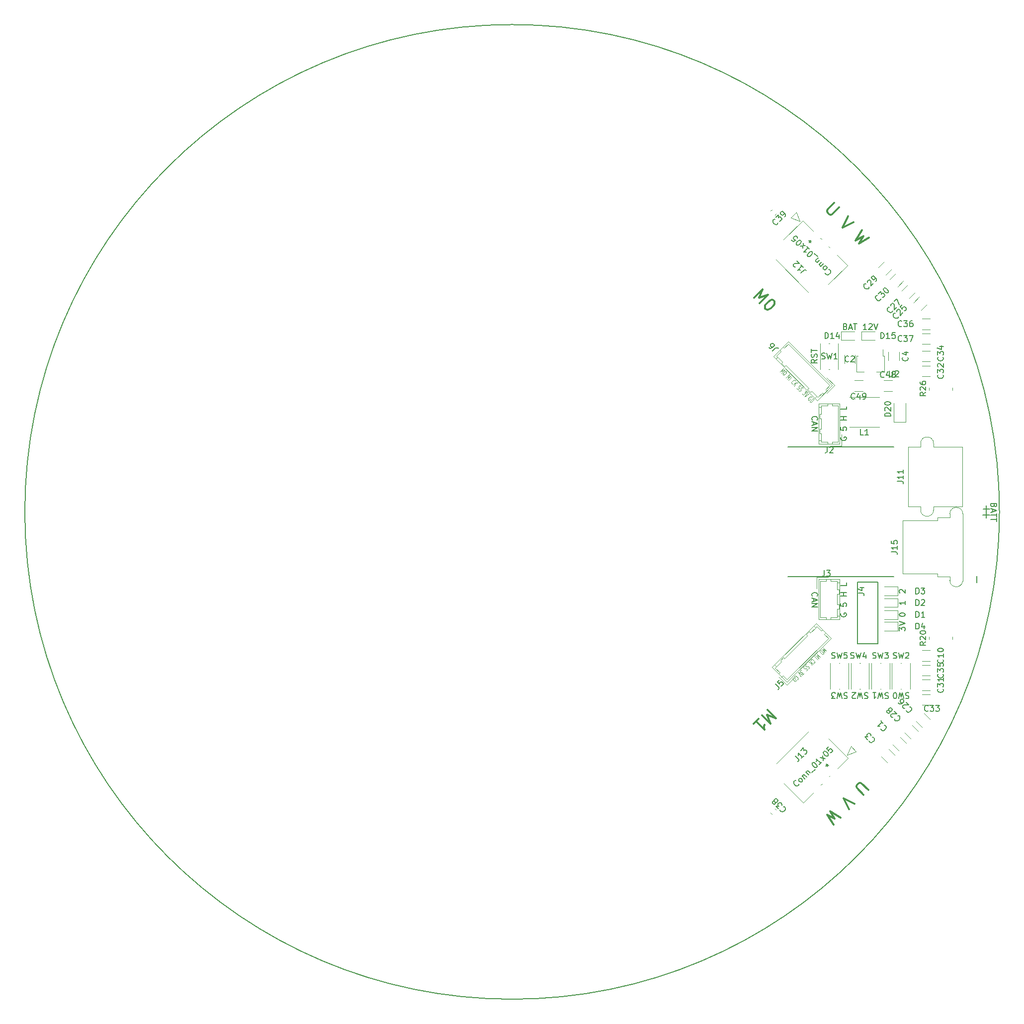
<source format=gbr>
%TF.GenerationSoftware,KiCad,Pcbnew,(6.0.8)*%
%TF.CreationDate,2023-03-29T20:05:15+09:00*%
%TF.ProjectId,ORION_VV_driver_v4,4f52494f-4e5f-4565-965f-647269766572,rev?*%
%TF.SameCoordinates,Original*%
%TF.FileFunction,Legend,Top*%
%TF.FilePolarity,Positive*%
%FSLAX46Y46*%
G04 Gerber Fmt 4.6, Leading zero omitted, Abs format (unit mm)*
G04 Created by KiCad (PCBNEW (6.0.8)) date 2023-03-29 20:05:15*
%MOMM*%
%LPD*%
G01*
G04 APERTURE LIST*
%ADD10C,0.150000*%
%ADD11C,0.300000*%
%ADD12C,0.100000*%
%ADD13C,0.120000*%
%ADD14C,0.200000*%
G04 APERTURE END LIST*
D10*
X119000000Y-111000000D02*
X101000000Y-111000000D01*
X137000000Y-100000000D02*
G75*
G03*
X137000000Y-100000000I-83000000J0D01*
G01*
X119000000Y-88940000D02*
X101000000Y-88940000D01*
X119952380Y-120261904D02*
X119952380Y-119642857D01*
X120333333Y-119976190D01*
X120333333Y-119833333D01*
X120380952Y-119738095D01*
X120428571Y-119690476D01*
X120523809Y-119642857D01*
X120761904Y-119642857D01*
X120857142Y-119690476D01*
X120904761Y-119738095D01*
X120952380Y-119833333D01*
X120952380Y-120119047D01*
X120904761Y-120214285D01*
X120857142Y-120261904D01*
X119952380Y-119357142D02*
X120952380Y-119023809D01*
X119952380Y-118690476D01*
X110000000Y-87285714D02*
X109952380Y-87380952D01*
X109952380Y-87523809D01*
X110000000Y-87666666D01*
X110095238Y-87761904D01*
X110190476Y-87809523D01*
X110380952Y-87857142D01*
X110523809Y-87857142D01*
X110714285Y-87809523D01*
X110809523Y-87761904D01*
X110904761Y-87666666D01*
X110952380Y-87523809D01*
X110952380Y-87428571D01*
X110904761Y-87285714D01*
X110857142Y-87238095D01*
X110523809Y-87238095D01*
X110523809Y-87428571D01*
X109952380Y-85571428D02*
X109952380Y-86047619D01*
X110428571Y-86095238D01*
X110380952Y-86047619D01*
X110333333Y-85952380D01*
X110333333Y-85714285D01*
X110380952Y-85619047D01*
X110428571Y-85571428D01*
X110523809Y-85523809D01*
X110761904Y-85523809D01*
X110857142Y-85571428D01*
X110904761Y-85619047D01*
X110952380Y-85714285D01*
X110952380Y-85952380D01*
X110904761Y-86047619D01*
X110857142Y-86095238D01*
X110952380Y-84333333D02*
X109952380Y-84333333D01*
X110428571Y-84333333D02*
X110428571Y-83761904D01*
X110952380Y-83761904D02*
X109952380Y-83761904D01*
X110952380Y-82047619D02*
X110952380Y-82523809D01*
X109952380Y-82523809D01*
X121583333Y-130845238D02*
X121440476Y-130797619D01*
X121202380Y-130797619D01*
X121107142Y-130845238D01*
X121059523Y-130892857D01*
X121011904Y-130988095D01*
X121011904Y-131083333D01*
X121059523Y-131178571D01*
X121107142Y-131226190D01*
X121202380Y-131273809D01*
X121392857Y-131321428D01*
X121488095Y-131369047D01*
X121535714Y-131416666D01*
X121583333Y-131511904D01*
X121583333Y-131607142D01*
X121535714Y-131702380D01*
X121488095Y-131750000D01*
X121392857Y-131797619D01*
X121154761Y-131797619D01*
X121011904Y-131750000D01*
X120678571Y-131797619D02*
X120440476Y-130797619D01*
X120250000Y-131511904D01*
X120059523Y-130797619D01*
X119821428Y-131797619D01*
X119250000Y-131797619D02*
X119154761Y-131797619D01*
X119059523Y-131750000D01*
X119011904Y-131702380D01*
X118964285Y-131607142D01*
X118916666Y-131416666D01*
X118916666Y-131178571D01*
X118964285Y-130988095D01*
X119011904Y-130892857D01*
X119059523Y-130845238D01*
X119154761Y-130797619D01*
X119250000Y-130797619D01*
X119345238Y-130845238D01*
X119392857Y-130892857D01*
X119440476Y-130988095D01*
X119488095Y-131178571D01*
X119488095Y-131416666D01*
X119440476Y-131607142D01*
X119392857Y-131702380D01*
X119345238Y-131750000D01*
X119250000Y-131797619D01*
D11*
X97505076Y-133715397D02*
X98919289Y-135129610D01*
X97437732Y-134590862D01*
X97976480Y-136072419D01*
X96562267Y-134658206D01*
X95148053Y-136072419D02*
X95956175Y-135264297D01*
X95552114Y-135668358D02*
X96966328Y-137082572D01*
X96898984Y-136745854D01*
X96898984Y-136476480D01*
X96966328Y-136274450D01*
D10*
X114583333Y-130845238D02*
X114440476Y-130797619D01*
X114202380Y-130797619D01*
X114107142Y-130845238D01*
X114059523Y-130892857D01*
X114011904Y-130988095D01*
X114011904Y-131083333D01*
X114059523Y-131178571D01*
X114107142Y-131226190D01*
X114202380Y-131273809D01*
X114392857Y-131321428D01*
X114488095Y-131369047D01*
X114535714Y-131416666D01*
X114583333Y-131511904D01*
X114583333Y-131607142D01*
X114535714Y-131702380D01*
X114488095Y-131750000D01*
X114392857Y-131797619D01*
X114154761Y-131797619D01*
X114011904Y-131750000D01*
X113678571Y-131797619D02*
X113440476Y-130797619D01*
X113250000Y-131511904D01*
X113059523Y-130797619D01*
X112821428Y-131797619D01*
X112488095Y-131702380D02*
X112440476Y-131750000D01*
X112345238Y-131797619D01*
X112107142Y-131797619D01*
X112011904Y-131750000D01*
X111964285Y-131702380D01*
X111916666Y-131607142D01*
X111916666Y-131511904D01*
X111964285Y-131369047D01*
X112535714Y-130797619D01*
X111916666Y-130797619D01*
X120047619Y-113785714D02*
X120000000Y-113738095D01*
X119952380Y-113642857D01*
X119952380Y-113404761D01*
X120000000Y-113309523D01*
X120047619Y-113261904D01*
X120142857Y-113214285D01*
X120238095Y-113214285D01*
X120380952Y-113261904D01*
X120952380Y-113833333D01*
X120952380Y-113214285D01*
X118083333Y-130845238D02*
X117940476Y-130797619D01*
X117702380Y-130797619D01*
X117607142Y-130845238D01*
X117559523Y-130892857D01*
X117511904Y-130988095D01*
X117511904Y-131083333D01*
X117559523Y-131178571D01*
X117607142Y-131226190D01*
X117702380Y-131273809D01*
X117892857Y-131321428D01*
X117988095Y-131369047D01*
X118035714Y-131416666D01*
X118083333Y-131511904D01*
X118083333Y-131607142D01*
X118035714Y-131702380D01*
X117988095Y-131750000D01*
X117892857Y-131797619D01*
X117654761Y-131797619D01*
X117511904Y-131750000D01*
X117178571Y-131797619D02*
X116940476Y-130797619D01*
X116750000Y-131511904D01*
X116559523Y-130797619D01*
X116321428Y-131797619D01*
X115416666Y-130797619D02*
X115988095Y-130797619D01*
X115702380Y-130797619D02*
X115702380Y-131797619D01*
X115797619Y-131654761D01*
X115892857Y-131559523D01*
X115988095Y-131511904D01*
D11*
X108878679Y-47329779D02*
X107733840Y-48474618D01*
X107666496Y-48676649D01*
X107666496Y-48811336D01*
X107733840Y-49013366D01*
X108003214Y-49282740D01*
X108205244Y-49350084D01*
X108339931Y-49350084D01*
X108541962Y-49282740D01*
X109686801Y-48137901D01*
X111235702Y-49686801D02*
X110292893Y-51572419D01*
X112178511Y-50629610D01*
X113592724Y-52043824D02*
X112515228Y-53794755D01*
X113794755Y-53053976D01*
X113053976Y-54333503D01*
X114804907Y-53256007D01*
D10*
X110000000Y-117285714D02*
X109952380Y-117380952D01*
X109952380Y-117523809D01*
X110000000Y-117666666D01*
X110095238Y-117761904D01*
X110190476Y-117809523D01*
X110380952Y-117857142D01*
X110523809Y-117857142D01*
X110714285Y-117809523D01*
X110809523Y-117761904D01*
X110904761Y-117666666D01*
X110952380Y-117523809D01*
X110952380Y-117428571D01*
X110904761Y-117285714D01*
X110857142Y-117238095D01*
X110523809Y-117238095D01*
X110523809Y-117428571D01*
X109952380Y-115571428D02*
X109952380Y-116047619D01*
X110428571Y-116095238D01*
X110380952Y-116047619D01*
X110333333Y-115952380D01*
X110333333Y-115714285D01*
X110380952Y-115619047D01*
X110428571Y-115571428D01*
X110523809Y-115523809D01*
X110761904Y-115523809D01*
X110857142Y-115571428D01*
X110904761Y-115619047D01*
X110952380Y-115714285D01*
X110952380Y-115952380D01*
X110904761Y-116047619D01*
X110857142Y-116095238D01*
X110952380Y-114333333D02*
X109952380Y-114333333D01*
X110428571Y-114333333D02*
X110428571Y-113761904D01*
X110952380Y-113761904D02*
X109952380Y-113761904D01*
X110952380Y-112047619D02*
X110952380Y-112523809D01*
X109952380Y-112523809D01*
X105142857Y-84357142D02*
X105095238Y-84309523D01*
X105047619Y-84166666D01*
X105047619Y-84071428D01*
X105095238Y-83928571D01*
X105190476Y-83833333D01*
X105285714Y-83785714D01*
X105476190Y-83738095D01*
X105619047Y-83738095D01*
X105809523Y-83785714D01*
X105904761Y-83833333D01*
X106000000Y-83928571D01*
X106047619Y-84071428D01*
X106047619Y-84166666D01*
X106000000Y-84309523D01*
X105952380Y-84357142D01*
X105333333Y-84738095D02*
X105333333Y-85214285D01*
X105047619Y-84642857D02*
X106047619Y-84976190D01*
X105047619Y-85309523D01*
X105047619Y-85642857D02*
X106047619Y-85642857D01*
X105047619Y-86214285D01*
X106047619Y-86214285D01*
X105952380Y-74047619D02*
X105476190Y-74380952D01*
X105952380Y-74619047D02*
X104952380Y-74619047D01*
X104952380Y-74238095D01*
X105000000Y-74142857D01*
X105047619Y-74095238D01*
X105142857Y-74047619D01*
X105285714Y-74047619D01*
X105380952Y-74095238D01*
X105428571Y-74142857D01*
X105476190Y-74238095D01*
X105476190Y-74619047D01*
X105904761Y-73666666D02*
X105952380Y-73523809D01*
X105952380Y-73285714D01*
X105904761Y-73190476D01*
X105857142Y-73142857D01*
X105761904Y-73095238D01*
X105666666Y-73095238D01*
X105571428Y-73142857D01*
X105523809Y-73190476D01*
X105476190Y-73285714D01*
X105428571Y-73476190D01*
X105380952Y-73571428D01*
X105333333Y-73619047D01*
X105238095Y-73666666D01*
X105142857Y-73666666D01*
X105047619Y-73619047D01*
X105000000Y-73571428D01*
X104952380Y-73476190D01*
X104952380Y-73238095D01*
X105000000Y-73095238D01*
X104952380Y-72809523D02*
X104952380Y-72238095D01*
X105952380Y-72523809D02*
X104952380Y-72523809D01*
X105142857Y-114357142D02*
X105095238Y-114309523D01*
X105047619Y-114166666D01*
X105047619Y-114071428D01*
X105095238Y-113928571D01*
X105190476Y-113833333D01*
X105285714Y-113785714D01*
X105476190Y-113738095D01*
X105619047Y-113738095D01*
X105809523Y-113785714D01*
X105904761Y-113833333D01*
X106000000Y-113928571D01*
X106047619Y-114071428D01*
X106047619Y-114166666D01*
X106000000Y-114309523D01*
X105952380Y-114357142D01*
X105333333Y-114738095D02*
X105333333Y-115214285D01*
X105047619Y-114642857D02*
X106047619Y-114976190D01*
X105047619Y-115309523D01*
X105047619Y-115642857D02*
X106047619Y-115642857D01*
X105047619Y-116214285D01*
X106047619Y-116214285D01*
X114380952Y-68952380D02*
X113809523Y-68952380D01*
X114095238Y-68952380D02*
X114095238Y-67952380D01*
X114000000Y-68095238D01*
X113904761Y-68190476D01*
X113809523Y-68238095D01*
X114761904Y-68047619D02*
X114809523Y-68000000D01*
X114904761Y-67952380D01*
X115142857Y-67952380D01*
X115238095Y-68000000D01*
X115285714Y-68047619D01*
X115333333Y-68142857D01*
X115333333Y-68238095D01*
X115285714Y-68380952D01*
X114714285Y-68952380D01*
X115333333Y-68952380D01*
X115619047Y-67952380D02*
X115952380Y-68952380D01*
X116285714Y-67952380D01*
D11*
X114670220Y-147378679D02*
X113525381Y-146233840D01*
X113323350Y-146166496D01*
X113188663Y-146166496D01*
X112986633Y-146233840D01*
X112717259Y-146503214D01*
X112649915Y-146705244D01*
X112649915Y-146839931D01*
X112717259Y-147041962D01*
X113862098Y-148186801D01*
X112313198Y-149735702D02*
X110427580Y-148792893D01*
X111370389Y-150678511D01*
X109956175Y-152092724D02*
X108205244Y-151015228D01*
X108946023Y-152294755D01*
X107666496Y-151553976D01*
X108743992Y-153304907D01*
D10*
X111083333Y-130845238D02*
X110940476Y-130797619D01*
X110702380Y-130797619D01*
X110607142Y-130845238D01*
X110559523Y-130892857D01*
X110511904Y-130988095D01*
X110511904Y-131083333D01*
X110559523Y-131178571D01*
X110607142Y-131226190D01*
X110702380Y-131273809D01*
X110892857Y-131321428D01*
X110988095Y-131369047D01*
X111035714Y-131416666D01*
X111083333Y-131511904D01*
X111083333Y-131607142D01*
X111035714Y-131702380D01*
X110988095Y-131750000D01*
X110892857Y-131797619D01*
X110654761Y-131797619D01*
X110511904Y-131750000D01*
X110178571Y-131797619D02*
X109940476Y-130797619D01*
X109750000Y-131511904D01*
X109559523Y-130797619D01*
X109321428Y-131797619D01*
X109035714Y-131797619D02*
X108416666Y-131797619D01*
X108750000Y-131416666D01*
X108607142Y-131416666D01*
X108511904Y-131369047D01*
X108464285Y-131321428D01*
X108416666Y-131226190D01*
X108416666Y-130988095D01*
X108464285Y-130892857D01*
X108511904Y-130845238D01*
X108607142Y-130797619D01*
X108892857Y-130797619D01*
X108988095Y-130845238D01*
X109035714Y-130892857D01*
X136071428Y-98880952D02*
X136023809Y-99023809D01*
X135976190Y-99071428D01*
X135880952Y-99119047D01*
X135738095Y-99119047D01*
X135642857Y-99071428D01*
X135595238Y-99023809D01*
X135547619Y-98928571D01*
X135547619Y-98547619D01*
X136547619Y-98547619D01*
X136547619Y-98880952D01*
X136500000Y-98976190D01*
X136452380Y-99023809D01*
X136357142Y-99071428D01*
X136261904Y-99071428D01*
X136166666Y-99023809D01*
X136119047Y-98976190D01*
X136071428Y-98880952D01*
X136071428Y-98547619D01*
X135833333Y-99500000D02*
X135833333Y-99976190D01*
X135547619Y-99404761D02*
X136547619Y-99738095D01*
X135547619Y-100071428D01*
X136547619Y-100261904D02*
X136547619Y-100833333D01*
X135547619Y-100547619D02*
X136547619Y-100547619D01*
X136547619Y-101023809D02*
X136547619Y-101595238D01*
X135547619Y-101309523D02*
X136547619Y-101309523D01*
X119952380Y-117547619D02*
X119952380Y-117452380D01*
X120000000Y-117357142D01*
X120047619Y-117309523D01*
X120142857Y-117261904D01*
X120333333Y-117214285D01*
X120571428Y-117214285D01*
X120761904Y-117261904D01*
X120857142Y-117309523D01*
X120904761Y-117357142D01*
X120952380Y-117452380D01*
X120952380Y-117547619D01*
X120904761Y-117642857D01*
X120857142Y-117690476D01*
X120761904Y-117738095D01*
X120571428Y-117785714D01*
X120333333Y-117785714D01*
X120142857Y-117738095D01*
X120047619Y-117690476D01*
X120000000Y-117642857D01*
X119952380Y-117547619D01*
D11*
X95215397Y-63494923D02*
X96629610Y-62080710D01*
X96090862Y-63562267D01*
X97572419Y-63023519D01*
X96158206Y-64437732D01*
X98515228Y-63966328D02*
X98649915Y-64101015D01*
X98717259Y-64303045D01*
X98717259Y-64437732D01*
X98649915Y-64639763D01*
X98447885Y-64976480D01*
X98111167Y-65313198D01*
X97774450Y-65515228D01*
X97572419Y-65582572D01*
X97437732Y-65582572D01*
X97235702Y-65515228D01*
X97101015Y-65380541D01*
X97033671Y-65178511D01*
X97033671Y-65043824D01*
X97101015Y-64841793D01*
X97303045Y-64505076D01*
X97639763Y-64168358D01*
X97976480Y-63966328D01*
X98178511Y-63898984D01*
X98313198Y-63898984D01*
X98515228Y-63966328D01*
D12*
X99617698Y-76129508D02*
X100183383Y-75563823D01*
X99897173Y-76085735D01*
X100419085Y-75799525D01*
X99853400Y-76365210D01*
X100654788Y-76035227D02*
X100722131Y-76102571D01*
X100728865Y-76163180D01*
X100708662Y-76250727D01*
X100617749Y-76375312D01*
X100429187Y-76563874D01*
X100304601Y-76654788D01*
X100217055Y-76674991D01*
X100156446Y-76668256D01*
X100089102Y-76600913D01*
X100082368Y-76540304D01*
X100102571Y-76452757D01*
X100193485Y-76328172D01*
X100382046Y-76139610D01*
X100506632Y-76048696D01*
X100594178Y-76028493D01*
X100654788Y-76035227D01*
X100661522Y-77173332D02*
X101227207Y-76607647D01*
X100940997Y-77129559D01*
X101462910Y-76843349D01*
X100897224Y-77409035D01*
X101065583Y-77577394D02*
X101631268Y-77011708D01*
X101759221Y-78163282D02*
X101715448Y-78173384D01*
X101638003Y-78149813D01*
X101604331Y-78116142D01*
X101580761Y-78038697D01*
X101600964Y-77951150D01*
X101638003Y-77880439D01*
X101728916Y-77755854D01*
X101809729Y-77675042D01*
X101934314Y-77584128D01*
X102005025Y-77547089D01*
X102092571Y-77526886D01*
X102170016Y-77550456D01*
X102203688Y-77584128D01*
X102227258Y-77661573D01*
X102217157Y-77705346D01*
X101856869Y-78368680D02*
X102422554Y-77802994D01*
X102058900Y-78570710D02*
X102230625Y-78095938D01*
X102624585Y-78005025D02*
X102099306Y-78126243D01*
X102489898Y-78947834D02*
X102513468Y-79025279D01*
X102597648Y-79109458D01*
X102658257Y-79116193D01*
X102702030Y-79106091D01*
X102772741Y-79069052D01*
X102826615Y-79015177D01*
X102863654Y-78944467D01*
X102873756Y-78900693D01*
X102867022Y-78840084D01*
X102826615Y-78745803D01*
X102819881Y-78685194D01*
X102829983Y-78641421D01*
X102867022Y-78570710D01*
X102920896Y-78516835D01*
X102991607Y-78479796D01*
X103035380Y-78469695D01*
X103095990Y-78476429D01*
X103180169Y-78560609D01*
X103203739Y-78638054D01*
X102826615Y-79284551D02*
X102850186Y-79361996D01*
X102934365Y-79446176D01*
X102994974Y-79452910D01*
X103038748Y-79442809D01*
X103109458Y-79405770D01*
X103163333Y-79351895D01*
X103200372Y-79281184D01*
X103210473Y-79237411D01*
X103203739Y-79176802D01*
X103163333Y-79082521D01*
X103156599Y-79021912D01*
X103166700Y-78978138D01*
X103203739Y-78907428D01*
X103257614Y-78853553D01*
X103328325Y-78816514D01*
X103372098Y-78806412D01*
X103432707Y-78813147D01*
X103516886Y-78897326D01*
X103540457Y-78974771D01*
X103954619Y-79335059D02*
X104173486Y-79553925D01*
X103840135Y-79651573D01*
X103890643Y-79702081D01*
X103897377Y-79762690D01*
X103887276Y-79806463D01*
X103850237Y-79877174D01*
X103715550Y-80011861D01*
X103644839Y-80048900D01*
X103601066Y-80059002D01*
X103540457Y-80052267D01*
X103439441Y-79951252D01*
X103432707Y-79890643D01*
X103442809Y-79846870D01*
X104274501Y-79654941D02*
X103826667Y-80338477D01*
X104510203Y-79890643D01*
X105055685Y-80490000D02*
X105048951Y-80429391D01*
X104998443Y-80378883D01*
X104920998Y-80355313D01*
X104833452Y-80375516D01*
X104762741Y-80412555D01*
X104638156Y-80503469D01*
X104557344Y-80584281D01*
X104466430Y-80708866D01*
X104429391Y-80779577D01*
X104409188Y-80867124D01*
X104432758Y-80944569D01*
X104466430Y-80978240D01*
X104543875Y-81001811D01*
X104587648Y-80991709D01*
X104776210Y-80803147D01*
X104708866Y-80735804D01*
X104685296Y-81197107D02*
X105250982Y-80631421D01*
X105335161Y-80715601D01*
X105358731Y-80793046D01*
X105338528Y-80880592D01*
X105301489Y-80951303D01*
X105210575Y-81075888D01*
X105129763Y-81156701D01*
X105005178Y-81247614D01*
X104934467Y-81284653D01*
X104846921Y-81304856D01*
X104769476Y-81281286D01*
X104685296Y-81197107D01*
D10*
X120952380Y-115214285D02*
X120952380Y-115785714D01*
X120952380Y-115500000D02*
X119952380Y-115500000D01*
X120095238Y-115595238D01*
X120190476Y-115690476D01*
X120238095Y-115785714D01*
D12*
X106941380Y-123117698D02*
X107507065Y-123683383D01*
X106985153Y-123397173D01*
X107271363Y-123919085D01*
X106705678Y-123353400D01*
X107035661Y-124154788D02*
X106968317Y-124222131D01*
X106907708Y-124228865D01*
X106820161Y-124208662D01*
X106695576Y-124117749D01*
X106507014Y-123929187D01*
X106416100Y-123804601D01*
X106395897Y-123717055D01*
X106402632Y-123656446D01*
X106469975Y-123589102D01*
X106530584Y-123582368D01*
X106618131Y-123602571D01*
X106742716Y-123693485D01*
X106931278Y-123882046D01*
X107022192Y-124006632D01*
X107042395Y-124094178D01*
X107035661Y-124154788D01*
X105897556Y-124161522D02*
X106463241Y-124727207D01*
X105941329Y-124440997D01*
X106227539Y-124962910D01*
X105661853Y-124397224D01*
X105493494Y-124565583D02*
X106059180Y-125131268D01*
X104907606Y-125259221D02*
X104897504Y-125215448D01*
X104921075Y-125138003D01*
X104954746Y-125104331D01*
X105032191Y-125080761D01*
X105119738Y-125100964D01*
X105190449Y-125138003D01*
X105315034Y-125228916D01*
X105395846Y-125309729D01*
X105486760Y-125434314D01*
X105523799Y-125505025D01*
X105544002Y-125592571D01*
X105520432Y-125670016D01*
X105486760Y-125703688D01*
X105409315Y-125727258D01*
X105365542Y-125717157D01*
X104702208Y-125356869D02*
X105267894Y-125922554D01*
X104500178Y-125558900D02*
X104974950Y-125730625D01*
X105065863Y-126124585D02*
X104944645Y-125599306D01*
X104123054Y-125989898D02*
X104045609Y-126013468D01*
X103961430Y-126097648D01*
X103954695Y-126158257D01*
X103964797Y-126202030D01*
X104001836Y-126272741D01*
X104055711Y-126326615D01*
X104126421Y-126363654D01*
X104170195Y-126373756D01*
X104230804Y-126367022D01*
X104325085Y-126326615D01*
X104385694Y-126319881D01*
X104429467Y-126329983D01*
X104500178Y-126367022D01*
X104554053Y-126420896D01*
X104591092Y-126491607D01*
X104601193Y-126535380D01*
X104594459Y-126595990D01*
X104510279Y-126680169D01*
X104432834Y-126703739D01*
X103786337Y-126326615D02*
X103708892Y-126350186D01*
X103624712Y-126434365D01*
X103617978Y-126494974D01*
X103628079Y-126538748D01*
X103665118Y-126609458D01*
X103718993Y-126663333D01*
X103789704Y-126700372D01*
X103833477Y-126710473D01*
X103894086Y-126703739D01*
X103988367Y-126663333D01*
X104048976Y-126656599D01*
X104092750Y-126666700D01*
X104163460Y-126703739D01*
X104217335Y-126757614D01*
X104254374Y-126828325D01*
X104264476Y-126872098D01*
X104257741Y-126932707D01*
X104173562Y-127016886D01*
X104096117Y-127040457D01*
X103735829Y-127454619D02*
X103516963Y-127673486D01*
X103419315Y-127340135D01*
X103368807Y-127390643D01*
X103308198Y-127397377D01*
X103264425Y-127387276D01*
X103193714Y-127350237D01*
X103059027Y-127215550D01*
X103021988Y-127144839D01*
X103011886Y-127101066D01*
X103018621Y-127040457D01*
X103119636Y-126939441D01*
X103180245Y-126932707D01*
X103224018Y-126942809D01*
X103415947Y-127774501D02*
X102732411Y-127326667D01*
X103180245Y-128010203D01*
X102580888Y-128555685D02*
X102641497Y-128548951D01*
X102692005Y-128498443D01*
X102715575Y-128420998D01*
X102695372Y-128333452D01*
X102658333Y-128262741D01*
X102567419Y-128138156D01*
X102486607Y-128057344D01*
X102362022Y-127966430D01*
X102291311Y-127929391D01*
X102203764Y-127909188D01*
X102126319Y-127932758D01*
X102092648Y-127966430D01*
X102069077Y-128043875D01*
X102079179Y-128087648D01*
X102267741Y-128276210D01*
X102335084Y-128208866D01*
X101873781Y-128185296D02*
X102439467Y-128750982D01*
X102355287Y-128835161D01*
X102277842Y-128858731D01*
X102190296Y-128838528D01*
X102119585Y-128801489D01*
X101995000Y-128710575D01*
X101914187Y-128629763D01*
X101823274Y-128505178D01*
X101786235Y-128434467D01*
X101766032Y-128346921D01*
X101789602Y-128269476D01*
X101873781Y-128185296D01*
D10*
X110761904Y-68428571D02*
X110904761Y-68476190D01*
X110952380Y-68523809D01*
X111000000Y-68619047D01*
X111000000Y-68761904D01*
X110952380Y-68857142D01*
X110904761Y-68904761D01*
X110809523Y-68952380D01*
X110428571Y-68952380D01*
X110428571Y-67952380D01*
X110761904Y-67952380D01*
X110857142Y-68000000D01*
X110904761Y-68047619D01*
X110952380Y-68142857D01*
X110952380Y-68238095D01*
X110904761Y-68333333D01*
X110857142Y-68380952D01*
X110761904Y-68428571D01*
X110428571Y-68428571D01*
X111380952Y-68666666D02*
X111857142Y-68666666D01*
X111285714Y-68952380D02*
X111619047Y-67952380D01*
X111952380Y-68952380D01*
X112142857Y-67952380D02*
X112714285Y-67952380D01*
X112428571Y-68952380D02*
X112428571Y-67952380D01*
%TO.C,J2*%
X107666666Y-88952380D02*
X107666666Y-89666666D01*
X107619047Y-89809523D01*
X107523809Y-89904761D01*
X107380952Y-89952380D01*
X107285714Y-89952380D01*
X108095238Y-89047619D02*
X108142857Y-89000000D01*
X108238095Y-88952380D01*
X108476190Y-88952380D01*
X108571428Y-89000000D01*
X108619047Y-89047619D01*
X108666666Y-89142857D01*
X108666666Y-89238095D01*
X108619047Y-89380952D01*
X108047619Y-89952380D01*
X108666666Y-89952380D01*
%TO.C,U2*%
X118238095Y-75952380D02*
X118238095Y-76761904D01*
X118285714Y-76857142D01*
X118333333Y-76904761D01*
X118428571Y-76952380D01*
X118619047Y-76952380D01*
X118714285Y-76904761D01*
X118761904Y-76857142D01*
X118809523Y-76761904D01*
X118809523Y-75952380D01*
X119238095Y-76047619D02*
X119285714Y-76000000D01*
X119380952Y-75952380D01*
X119619047Y-75952380D01*
X119714285Y-76000000D01*
X119761904Y-76047619D01*
X119809523Y-76142857D01*
X119809523Y-76238095D01*
X119761904Y-76380952D01*
X119190476Y-76952380D01*
X119809523Y-76952380D01*
%TO.C,D2*%
X122761904Y-115952380D02*
X122761904Y-114952380D01*
X123000000Y-114952380D01*
X123142857Y-115000000D01*
X123238095Y-115095238D01*
X123285714Y-115190476D01*
X123333333Y-115380952D01*
X123333333Y-115523809D01*
X123285714Y-115714285D01*
X123238095Y-115809523D01*
X123142857Y-115904761D01*
X123000000Y-115952380D01*
X122761904Y-115952380D01*
X123714285Y-115047619D02*
X123761904Y-115000000D01*
X123857142Y-114952380D01*
X124095238Y-114952380D01*
X124190476Y-115000000D01*
X124238095Y-115047619D01*
X124285714Y-115142857D01*
X124285714Y-115238095D01*
X124238095Y-115380952D01*
X123666666Y-115952380D01*
X124285714Y-115952380D01*
%TO.C,SW4*%
X111666666Y-124904761D02*
X111809523Y-124952380D01*
X112047619Y-124952380D01*
X112142857Y-124904761D01*
X112190476Y-124857142D01*
X112238095Y-124761904D01*
X112238095Y-124666666D01*
X112190476Y-124571428D01*
X112142857Y-124523809D01*
X112047619Y-124476190D01*
X111857142Y-124428571D01*
X111761904Y-124380952D01*
X111714285Y-124333333D01*
X111666666Y-124238095D01*
X111666666Y-124142857D01*
X111714285Y-124047619D01*
X111761904Y-124000000D01*
X111857142Y-123952380D01*
X112095238Y-123952380D01*
X112238095Y-124000000D01*
X112571428Y-123952380D02*
X112809523Y-124952380D01*
X113000000Y-124238095D01*
X113190476Y-124952380D01*
X113428571Y-123952380D01*
X114238095Y-124285714D02*
X114238095Y-124952380D01*
X114000000Y-123904761D02*
X113761904Y-124619047D01*
X114380952Y-124619047D01*
%TO.C,C37*%
X120357142Y-70857142D02*
X120309523Y-70904761D01*
X120166666Y-70952380D01*
X120071428Y-70952380D01*
X119928571Y-70904761D01*
X119833333Y-70809523D01*
X119785714Y-70714285D01*
X119738095Y-70523809D01*
X119738095Y-70380952D01*
X119785714Y-70190476D01*
X119833333Y-70095238D01*
X119928571Y-70000000D01*
X120071428Y-69952380D01*
X120166666Y-69952380D01*
X120309523Y-70000000D01*
X120357142Y-70047619D01*
X120690476Y-69952380D02*
X121309523Y-69952380D01*
X120976190Y-70333333D01*
X121119047Y-70333333D01*
X121214285Y-70380952D01*
X121261904Y-70428571D01*
X121309523Y-70523809D01*
X121309523Y-70761904D01*
X121261904Y-70857142D01*
X121214285Y-70904761D01*
X121119047Y-70952380D01*
X120833333Y-70952380D01*
X120738095Y-70904761D01*
X120690476Y-70857142D01*
X121642857Y-69952380D02*
X122309523Y-69952380D01*
X121880952Y-70952380D01*
%TO.C,C49*%
X112357142Y-80707142D02*
X112309523Y-80754761D01*
X112166666Y-80802380D01*
X112071428Y-80802380D01*
X111928571Y-80754761D01*
X111833333Y-80659523D01*
X111785714Y-80564285D01*
X111738095Y-80373809D01*
X111738095Y-80230952D01*
X111785714Y-80040476D01*
X111833333Y-79945238D01*
X111928571Y-79850000D01*
X112071428Y-79802380D01*
X112166666Y-79802380D01*
X112309523Y-79850000D01*
X112357142Y-79897619D01*
X113214285Y-80135714D02*
X113214285Y-80802380D01*
X112976190Y-79754761D02*
X112738095Y-80469047D01*
X113357142Y-80469047D01*
X113785714Y-80802380D02*
X113976190Y-80802380D01*
X114071428Y-80754761D01*
X114119047Y-80707142D01*
X114214285Y-80564285D01*
X114261904Y-80373809D01*
X114261904Y-79992857D01*
X114214285Y-79897619D01*
X114166666Y-79850000D01*
X114071428Y-79802380D01*
X113880952Y-79802380D01*
X113785714Y-79850000D01*
X113738095Y-79897619D01*
X113690476Y-79992857D01*
X113690476Y-80230952D01*
X113738095Y-80326190D01*
X113785714Y-80373809D01*
X113880952Y-80421428D01*
X114071428Y-80421428D01*
X114166666Y-80373809D01*
X114214285Y-80326190D01*
X114261904Y-80230952D01*
%TO.C,C48*%
X117357142Y-77007142D02*
X117309523Y-77054761D01*
X117166666Y-77102380D01*
X117071428Y-77102380D01*
X116928571Y-77054761D01*
X116833333Y-76959523D01*
X116785714Y-76864285D01*
X116738095Y-76673809D01*
X116738095Y-76530952D01*
X116785714Y-76340476D01*
X116833333Y-76245238D01*
X116928571Y-76150000D01*
X117071428Y-76102380D01*
X117166666Y-76102380D01*
X117309523Y-76150000D01*
X117357142Y-76197619D01*
X118214285Y-76435714D02*
X118214285Y-77102380D01*
X117976190Y-76054761D02*
X117738095Y-76769047D01*
X118357142Y-76769047D01*
X118880952Y-76530952D02*
X118785714Y-76483333D01*
X118738095Y-76435714D01*
X118690476Y-76340476D01*
X118690476Y-76292857D01*
X118738095Y-76197619D01*
X118785714Y-76150000D01*
X118880952Y-76102380D01*
X119071428Y-76102380D01*
X119166666Y-76150000D01*
X119214285Y-76197619D01*
X119261904Y-76292857D01*
X119261904Y-76340476D01*
X119214285Y-76435714D01*
X119166666Y-76483333D01*
X119071428Y-76530952D01*
X118880952Y-76530952D01*
X118785714Y-76578571D01*
X118738095Y-76626190D01*
X118690476Y-76721428D01*
X118690476Y-76911904D01*
X118738095Y-77007142D01*
X118785714Y-77054761D01*
X118880952Y-77102380D01*
X119071428Y-77102380D01*
X119166666Y-77054761D01*
X119214285Y-77007142D01*
X119261904Y-76911904D01*
X119261904Y-76721428D01*
X119214285Y-76626190D01*
X119166666Y-76578571D01*
X119071428Y-76530952D01*
%TO.C,R26*%
X124452380Y-79642857D02*
X123976190Y-79976190D01*
X124452380Y-80214285D02*
X123452380Y-80214285D01*
X123452380Y-79833333D01*
X123500000Y-79738095D01*
X123547619Y-79690476D01*
X123642857Y-79642857D01*
X123785714Y-79642857D01*
X123880952Y-79690476D01*
X123928571Y-79738095D01*
X123976190Y-79833333D01*
X123976190Y-80214285D01*
X123547619Y-79261904D02*
X123500000Y-79214285D01*
X123452380Y-79119047D01*
X123452380Y-78880952D01*
X123500000Y-78785714D01*
X123547619Y-78738095D01*
X123642857Y-78690476D01*
X123738095Y-78690476D01*
X123880952Y-78738095D01*
X124452380Y-79309523D01*
X124452380Y-78690476D01*
X123452380Y-77833333D02*
X123452380Y-78023809D01*
X123500000Y-78119047D01*
X123547619Y-78166666D01*
X123690476Y-78261904D01*
X123880952Y-78309523D01*
X124261904Y-78309523D01*
X124357142Y-78261904D01*
X124404761Y-78214285D01*
X124452380Y-78119047D01*
X124452380Y-77928571D01*
X124404761Y-77833333D01*
X124357142Y-77785714D01*
X124261904Y-77738095D01*
X124023809Y-77738095D01*
X123928571Y-77785714D01*
X123880952Y-77833333D01*
X123833333Y-77928571D01*
X123833333Y-78119047D01*
X123880952Y-78214285D01*
X123928571Y-78261904D01*
X124023809Y-78309523D01*
%TO.C,C26*%
X121707106Y-133202030D02*
X121774450Y-133202030D01*
X121909137Y-133269374D01*
X121976480Y-133336717D01*
X122043824Y-133471404D01*
X122043824Y-133606091D01*
X122010152Y-133707106D01*
X121909137Y-133875465D01*
X121808122Y-133976480D01*
X121639763Y-134077496D01*
X121538748Y-134111167D01*
X121404061Y-134111167D01*
X121269374Y-134043824D01*
X121202030Y-133976480D01*
X121134687Y-133841793D01*
X121134687Y-133774450D01*
X120865312Y-133505076D02*
X120797969Y-133505076D01*
X120696954Y-133471404D01*
X120528595Y-133303045D01*
X120494923Y-133202030D01*
X120494923Y-133134687D01*
X120528595Y-133033671D01*
X120595938Y-132966328D01*
X120730625Y-132898984D01*
X121538748Y-132898984D01*
X121101015Y-132461251D01*
X119787816Y-132562267D02*
X119922503Y-132696954D01*
X120023519Y-132730625D01*
X120090862Y-132730625D01*
X120259221Y-132696954D01*
X120427580Y-132595938D01*
X120696954Y-132326564D01*
X120730625Y-132225549D01*
X120730625Y-132158206D01*
X120696954Y-132057190D01*
X120562267Y-131922503D01*
X120461251Y-131888832D01*
X120393908Y-131888832D01*
X120292893Y-131922503D01*
X120124534Y-132090862D01*
X120090862Y-132191877D01*
X120090862Y-132259221D01*
X120124534Y-132360236D01*
X120259221Y-132494923D01*
X120360236Y-132528595D01*
X120427580Y-132528595D01*
X120528595Y-132494923D01*
%TO.C,SW5*%
X108416666Y-124904761D02*
X108559523Y-124952380D01*
X108797619Y-124952380D01*
X108892857Y-124904761D01*
X108940476Y-124857142D01*
X108988095Y-124761904D01*
X108988095Y-124666666D01*
X108940476Y-124571428D01*
X108892857Y-124523809D01*
X108797619Y-124476190D01*
X108607142Y-124428571D01*
X108511904Y-124380952D01*
X108464285Y-124333333D01*
X108416666Y-124238095D01*
X108416666Y-124142857D01*
X108464285Y-124047619D01*
X108511904Y-124000000D01*
X108607142Y-123952380D01*
X108845238Y-123952380D01*
X108988095Y-124000000D01*
X109321428Y-123952380D02*
X109559523Y-124952380D01*
X109750000Y-124238095D01*
X109940476Y-124952380D01*
X110178571Y-123952380D01*
X111035714Y-123952380D02*
X110559523Y-123952380D01*
X110511904Y-124428571D01*
X110559523Y-124380952D01*
X110654761Y-124333333D01*
X110892857Y-124333333D01*
X110988095Y-124380952D01*
X111035714Y-124428571D01*
X111083333Y-124523809D01*
X111083333Y-124761904D01*
X111035714Y-124857142D01*
X110988095Y-124904761D01*
X110892857Y-124952380D01*
X110654761Y-124952380D01*
X110559523Y-124904761D01*
X110511904Y-124857142D01*
%TO.C,D14*%
X107285714Y-70452380D02*
X107285714Y-69452380D01*
X107523809Y-69452380D01*
X107666666Y-69500000D01*
X107761904Y-69595238D01*
X107809523Y-69690476D01*
X107857142Y-69880952D01*
X107857142Y-70023809D01*
X107809523Y-70214285D01*
X107761904Y-70309523D01*
X107666666Y-70404761D01*
X107523809Y-70452380D01*
X107285714Y-70452380D01*
X108809523Y-70452380D02*
X108238095Y-70452380D01*
X108523809Y-70452380D02*
X108523809Y-69452380D01*
X108428571Y-69595238D01*
X108333333Y-69690476D01*
X108238095Y-69738095D01*
X109666666Y-69785714D02*
X109666666Y-70452380D01*
X109428571Y-69404761D02*
X109190476Y-70119047D01*
X109809523Y-70119047D01*
%TO.C,J12*%
X103164915Y-59338503D02*
X103669991Y-58833427D01*
X103804678Y-58766084D01*
X103939365Y-58766084D01*
X104074052Y-58833427D01*
X104141396Y-58900771D01*
X103164915Y-57924290D02*
X103568976Y-58328351D01*
X103366946Y-58126320D02*
X102659839Y-58833427D01*
X102828198Y-58799755D01*
X102962885Y-58799755D01*
X103063900Y-58833427D01*
X102255778Y-58294679D02*
X102188434Y-58294679D01*
X102087419Y-58261007D01*
X101919060Y-58092649D01*
X101885389Y-57991633D01*
X101885389Y-57924290D01*
X101919060Y-57823275D01*
X101986404Y-57755931D01*
X102121091Y-57688588D01*
X102929213Y-57688588D01*
X102491480Y-57250855D01*
X107926101Y-58718943D02*
X107993445Y-58718943D01*
X108128132Y-58786286D01*
X108195475Y-58853630D01*
X108262819Y-58988317D01*
X108262819Y-59123004D01*
X108229147Y-59224019D01*
X108128132Y-59392378D01*
X108027116Y-59493393D01*
X107858758Y-59594408D01*
X107757742Y-59628080D01*
X107623055Y-59628080D01*
X107488368Y-59560737D01*
X107421025Y-59493393D01*
X107353681Y-59358706D01*
X107353681Y-59291363D01*
X107589384Y-58247538D02*
X107623055Y-58348554D01*
X107623055Y-58415897D01*
X107589384Y-58516912D01*
X107387353Y-58718943D01*
X107286338Y-58752615D01*
X107218994Y-58752615D01*
X107117979Y-58718943D01*
X107016964Y-58617928D01*
X106983292Y-58516912D01*
X106983292Y-58449569D01*
X107016964Y-58348554D01*
X107218994Y-58146523D01*
X107320010Y-58112851D01*
X107387353Y-58112851D01*
X107488368Y-58146523D01*
X107589384Y-58247538D01*
X106579231Y-58180195D02*
X107050636Y-57708790D01*
X106646575Y-58112851D02*
X106579231Y-58112851D01*
X106478216Y-58079180D01*
X106377201Y-57978164D01*
X106343529Y-57877149D01*
X106377201Y-57776134D01*
X106747590Y-57405745D01*
X105939468Y-57540432D02*
X106410872Y-57069027D01*
X106006811Y-57473088D02*
X105939468Y-57473088D01*
X105838453Y-57439416D01*
X105737437Y-57338401D01*
X105703766Y-57237386D01*
X105737437Y-57136371D01*
X106107827Y-56765981D01*
X106006811Y-56530279D02*
X105468063Y-55991531D01*
X104390567Y-56462936D02*
X104323224Y-56395592D01*
X104289552Y-56294577D01*
X104289552Y-56227233D01*
X104323224Y-56126218D01*
X104424239Y-55957859D01*
X104592598Y-55789500D01*
X104760956Y-55688485D01*
X104861972Y-55654813D01*
X104929315Y-55654813D01*
X105030331Y-55688485D01*
X105097674Y-55755829D01*
X105131346Y-55856844D01*
X105131346Y-55924187D01*
X105097674Y-56025203D01*
X104996659Y-56193561D01*
X104828300Y-56361920D01*
X104659941Y-56462936D01*
X104558926Y-56496607D01*
X104491582Y-56496607D01*
X104390567Y-56462936D01*
X104188537Y-54846691D02*
X104592598Y-55250752D01*
X104390567Y-55048722D02*
X103683460Y-55755829D01*
X103851819Y-55722157D01*
X103986506Y-55722157D01*
X104087521Y-55755829D01*
X103952834Y-54610989D02*
X103111041Y-54712004D01*
X103481430Y-55082394D02*
X103582445Y-54240600D01*
X102471277Y-54543646D02*
X102403934Y-54476302D01*
X102370262Y-54375287D01*
X102370262Y-54307943D01*
X102403934Y-54206928D01*
X102504949Y-54038569D01*
X102673308Y-53870211D01*
X102841667Y-53769195D01*
X102942682Y-53735524D01*
X103010025Y-53735524D01*
X103111041Y-53769195D01*
X103178384Y-53836539D01*
X103212056Y-53937554D01*
X103212056Y-54004898D01*
X103178384Y-54105913D01*
X103077369Y-54274272D01*
X102909010Y-54442630D01*
X102740651Y-54543646D01*
X102639636Y-54577317D01*
X102572293Y-54577317D01*
X102471277Y-54543646D01*
X101595812Y-53668180D02*
X101932529Y-54004898D01*
X102302919Y-53701852D01*
X102235575Y-53701852D01*
X102134560Y-53668180D01*
X101966201Y-53499821D01*
X101932529Y-53398806D01*
X101932529Y-53331463D01*
X101966201Y-53230447D01*
X102134560Y-53062089D01*
X102235575Y-53028417D01*
X102302919Y-53028417D01*
X102403934Y-53062089D01*
X102572293Y-53230447D01*
X102605964Y-53331463D01*
X102605964Y-53398806D01*
X104572394Y-54099179D02*
X104740753Y-53930820D01*
X104841768Y-54166522D02*
X104740753Y-53930820D01*
X104505051Y-53829805D01*
X104976455Y-53897148D02*
X104740753Y-53930820D01*
X104774425Y-53695118D01*
%TO.C,D1*%
X122761904Y-117952380D02*
X122761904Y-116952380D01*
X123000000Y-116952380D01*
X123142857Y-117000000D01*
X123238095Y-117095238D01*
X123285714Y-117190476D01*
X123333333Y-117380952D01*
X123333333Y-117523809D01*
X123285714Y-117714285D01*
X123238095Y-117809523D01*
X123142857Y-117904761D01*
X123000000Y-117952380D01*
X122761904Y-117952380D01*
X124285714Y-117952380D02*
X123714285Y-117952380D01*
X124000000Y-117952380D02*
X124000000Y-116952380D01*
X123904761Y-117095238D01*
X123809523Y-117190476D01*
X123714285Y-117238095D01*
%TO.C,C36*%
X120357142Y-68357142D02*
X120309523Y-68404761D01*
X120166666Y-68452380D01*
X120071428Y-68452380D01*
X119928571Y-68404761D01*
X119833333Y-68309523D01*
X119785714Y-68214285D01*
X119738095Y-68023809D01*
X119738095Y-67880952D01*
X119785714Y-67690476D01*
X119833333Y-67595238D01*
X119928571Y-67500000D01*
X120071428Y-67452380D01*
X120166666Y-67452380D01*
X120309523Y-67500000D01*
X120357142Y-67547619D01*
X120690476Y-67452380D02*
X121309523Y-67452380D01*
X120976190Y-67833333D01*
X121119047Y-67833333D01*
X121214285Y-67880952D01*
X121261904Y-67928571D01*
X121309523Y-68023809D01*
X121309523Y-68261904D01*
X121261904Y-68357142D01*
X121214285Y-68404761D01*
X121119047Y-68452380D01*
X120833333Y-68452380D01*
X120738095Y-68404761D01*
X120690476Y-68357142D01*
X122166666Y-67452380D02*
X121976190Y-67452380D01*
X121880952Y-67500000D01*
X121833333Y-67547619D01*
X121738095Y-67690476D01*
X121690476Y-67880952D01*
X121690476Y-68261904D01*
X121738095Y-68357142D01*
X121785714Y-68404761D01*
X121880952Y-68452380D01*
X122071428Y-68452380D01*
X122166666Y-68404761D01*
X122214285Y-68357142D01*
X122261904Y-68261904D01*
X122261904Y-68023809D01*
X122214285Y-67928571D01*
X122166666Y-67880952D01*
X122071428Y-67833333D01*
X121880952Y-67833333D01*
X121785714Y-67880952D01*
X121738095Y-67928571D01*
X121690476Y-68023809D01*
%TO.C,J11*%
X119627380Y-94809523D02*
X120341666Y-94809523D01*
X120484523Y-94857142D01*
X120579761Y-94952380D01*
X120627380Y-95095238D01*
X120627380Y-95190476D01*
X120627380Y-93809523D02*
X120627380Y-94380952D01*
X120627380Y-94095238D02*
X119627380Y-94095238D01*
X119770238Y-94190476D01*
X119865476Y-94285714D01*
X119913095Y-94380952D01*
X120627380Y-92857142D02*
X120627380Y-93428571D01*
X120627380Y-93142857D02*
X119627380Y-93142857D01*
X119770238Y-93238095D01*
X119865476Y-93333333D01*
X119913095Y-93428571D01*
X134782142Y-100071428D02*
X134782142Y-98928571D01*
X135353571Y-99500000D02*
X134210714Y-99500000D01*
%TO.C,J6*%
X98348477Y-72622927D02*
X98853553Y-72117851D01*
X98988240Y-72050507D01*
X99122927Y-72050507D01*
X99257614Y-72117851D01*
X99324957Y-72185194D01*
X97708713Y-71983164D02*
X97843400Y-72117851D01*
X97944416Y-72151522D01*
X98011759Y-72151522D01*
X98180118Y-72117851D01*
X98348477Y-72016835D01*
X98617851Y-71747461D01*
X98651522Y-71646446D01*
X98651522Y-71579103D01*
X98617851Y-71478087D01*
X98483164Y-71343400D01*
X98382148Y-71309729D01*
X98314805Y-71309729D01*
X98213790Y-71343400D01*
X98045431Y-71511759D01*
X98011759Y-71612774D01*
X98011759Y-71680118D01*
X98045431Y-71781133D01*
X98180118Y-71915820D01*
X98281133Y-71949492D01*
X98348477Y-71949492D01*
X98449492Y-71915820D01*
%TO.C,C3*%
X115370389Y-138365312D02*
X115437732Y-138365312D01*
X115572419Y-138432656D01*
X115639763Y-138500000D01*
X115707106Y-138634687D01*
X115707106Y-138769374D01*
X115673435Y-138870389D01*
X115572419Y-139038748D01*
X115471404Y-139139763D01*
X115303045Y-139240778D01*
X115202030Y-139274450D01*
X115067343Y-139274450D01*
X114932656Y-139207106D01*
X114865312Y-139139763D01*
X114797969Y-139005076D01*
X114797969Y-138937732D01*
X114494923Y-138769374D02*
X114057190Y-138331641D01*
X114562267Y-138297969D01*
X114461251Y-138196954D01*
X114427580Y-138095938D01*
X114427580Y-138028595D01*
X114461251Y-137927580D01*
X114629610Y-137759221D01*
X114730625Y-137725549D01*
X114797969Y-137725549D01*
X114898984Y-137759221D01*
X115101015Y-137961251D01*
X115134687Y-138062267D01*
X115134687Y-138129610D01*
%TO.C,C25*%
X119797969Y-66707106D02*
X119797969Y-66774450D01*
X119730625Y-66909137D01*
X119663282Y-66976480D01*
X119528595Y-67043824D01*
X119393908Y-67043824D01*
X119292893Y-67010152D01*
X119124534Y-66909137D01*
X119023519Y-66808122D01*
X118922503Y-66639763D01*
X118888832Y-66538748D01*
X118888832Y-66404061D01*
X118956175Y-66269374D01*
X119023519Y-66202030D01*
X119158206Y-66134687D01*
X119225549Y-66134687D01*
X119494923Y-65865312D02*
X119494923Y-65797969D01*
X119528595Y-65696954D01*
X119696954Y-65528595D01*
X119797969Y-65494923D01*
X119865312Y-65494923D01*
X119966328Y-65528595D01*
X120033671Y-65595938D01*
X120101015Y-65730625D01*
X120101015Y-66538748D01*
X120538748Y-66101015D01*
X120471404Y-64754145D02*
X120134687Y-65090862D01*
X120437732Y-65461251D01*
X120437732Y-65393908D01*
X120471404Y-65292893D01*
X120639763Y-65124534D01*
X120740778Y-65090862D01*
X120808122Y-65090862D01*
X120909137Y-65124534D01*
X121077496Y-65292893D01*
X121111167Y-65393908D01*
X121111167Y-65461251D01*
X121077496Y-65562267D01*
X120909137Y-65730625D01*
X120808122Y-65764297D01*
X120740778Y-65764297D01*
%TO.C,SW3*%
X115416666Y-124904761D02*
X115559523Y-124952380D01*
X115797619Y-124952380D01*
X115892857Y-124904761D01*
X115940476Y-124857142D01*
X115988095Y-124761904D01*
X115988095Y-124666666D01*
X115940476Y-124571428D01*
X115892857Y-124523809D01*
X115797619Y-124476190D01*
X115607142Y-124428571D01*
X115511904Y-124380952D01*
X115464285Y-124333333D01*
X115416666Y-124238095D01*
X115416666Y-124142857D01*
X115464285Y-124047619D01*
X115511904Y-124000000D01*
X115607142Y-123952380D01*
X115845238Y-123952380D01*
X115988095Y-124000000D01*
X116321428Y-123952380D02*
X116559523Y-124952380D01*
X116750000Y-124238095D01*
X116940476Y-124952380D01*
X117178571Y-123952380D01*
X117464285Y-123952380D02*
X118083333Y-123952380D01*
X117750000Y-124333333D01*
X117892857Y-124333333D01*
X117988095Y-124380952D01*
X118035714Y-124428571D01*
X118083333Y-124523809D01*
X118083333Y-124761904D01*
X118035714Y-124857142D01*
X117988095Y-124904761D01*
X117892857Y-124952380D01*
X117607142Y-124952380D01*
X117511904Y-124904761D01*
X117464285Y-124857142D01*
%TO.C,C4*%
X121357142Y-73666666D02*
X121404761Y-73714285D01*
X121452380Y-73857142D01*
X121452380Y-73952380D01*
X121404761Y-74095238D01*
X121309523Y-74190476D01*
X121214285Y-74238095D01*
X121023809Y-74285714D01*
X120880952Y-74285714D01*
X120690476Y-74238095D01*
X120595238Y-74190476D01*
X120500000Y-74095238D01*
X120452380Y-73952380D01*
X120452380Y-73857142D01*
X120500000Y-73714285D01*
X120547619Y-73666666D01*
X120785714Y-72809523D02*
X121452380Y-72809523D01*
X120404761Y-73047619D02*
X121119047Y-73285714D01*
X121119047Y-72666666D01*
%TO.C,L1*%
X113833333Y-86902380D02*
X113357142Y-86902380D01*
X113357142Y-85902380D01*
X114690476Y-86902380D02*
X114119047Y-86902380D01*
X114404761Y-86902380D02*
X114404761Y-85902380D01*
X114309523Y-86045238D01*
X114214285Y-86140476D01*
X114119047Y-86188095D01*
%TO.C,D20*%
X118452380Y-83714285D02*
X117452380Y-83714285D01*
X117452380Y-83476190D01*
X117500000Y-83333333D01*
X117595238Y-83238095D01*
X117690476Y-83190476D01*
X117880952Y-83142857D01*
X118023809Y-83142857D01*
X118214285Y-83190476D01*
X118309523Y-83238095D01*
X118404761Y-83333333D01*
X118452380Y-83476190D01*
X118452380Y-83714285D01*
X117547619Y-82761904D02*
X117500000Y-82714285D01*
X117452380Y-82619047D01*
X117452380Y-82380952D01*
X117500000Y-82285714D01*
X117547619Y-82238095D01*
X117642857Y-82190476D01*
X117738095Y-82190476D01*
X117880952Y-82238095D01*
X118452380Y-82809523D01*
X118452380Y-82190476D01*
X117452380Y-81571428D02*
X117452380Y-81476190D01*
X117500000Y-81380952D01*
X117547619Y-81333333D01*
X117642857Y-81285714D01*
X117833333Y-81238095D01*
X118071428Y-81238095D01*
X118261904Y-81285714D01*
X118357142Y-81333333D01*
X118404761Y-81380952D01*
X118452380Y-81476190D01*
X118452380Y-81571428D01*
X118404761Y-81666666D01*
X118357142Y-81714285D01*
X118261904Y-81761904D01*
X118071428Y-81809523D01*
X117833333Y-81809523D01*
X117642857Y-81761904D01*
X117547619Y-81714285D01*
X117500000Y-81666666D01*
X117452380Y-81571428D01*
%TO.C,D4*%
X122761904Y-119952380D02*
X122761904Y-118952380D01*
X123000000Y-118952380D01*
X123142857Y-119000000D01*
X123238095Y-119095238D01*
X123285714Y-119190476D01*
X123333333Y-119380952D01*
X123333333Y-119523809D01*
X123285714Y-119714285D01*
X123238095Y-119809523D01*
X123142857Y-119904761D01*
X123000000Y-119952380D01*
X122761904Y-119952380D01*
X124190476Y-119285714D02*
X124190476Y-119952380D01*
X123952380Y-118904761D02*
X123714285Y-119619047D01*
X124333333Y-119619047D01*
%TO.C,SW1*%
X106706666Y-73904761D02*
X106849523Y-73952380D01*
X107087619Y-73952380D01*
X107182857Y-73904761D01*
X107230476Y-73857142D01*
X107278095Y-73761904D01*
X107278095Y-73666666D01*
X107230476Y-73571428D01*
X107182857Y-73523809D01*
X107087619Y-73476190D01*
X106897142Y-73428571D01*
X106801904Y-73380952D01*
X106754285Y-73333333D01*
X106706666Y-73238095D01*
X106706666Y-73142857D01*
X106754285Y-73047619D01*
X106801904Y-73000000D01*
X106897142Y-72952380D01*
X107135238Y-72952380D01*
X107278095Y-73000000D01*
X107611428Y-72952380D02*
X107849523Y-73952380D01*
X108040000Y-73238095D01*
X108230476Y-73952380D01*
X108468571Y-72952380D01*
X109373333Y-73952380D02*
X108801904Y-73952380D01*
X109087619Y-73952380D02*
X109087619Y-72952380D01*
X108992380Y-73095238D01*
X108897142Y-73190476D01*
X108801904Y-73238095D01*
%TO.C,C34*%
X127357142Y-73642857D02*
X127404761Y-73690476D01*
X127452380Y-73833333D01*
X127452380Y-73928571D01*
X127404761Y-74071428D01*
X127309523Y-74166666D01*
X127214285Y-74214285D01*
X127023809Y-74261904D01*
X126880952Y-74261904D01*
X126690476Y-74214285D01*
X126595238Y-74166666D01*
X126500000Y-74071428D01*
X126452380Y-73928571D01*
X126452380Y-73833333D01*
X126500000Y-73690476D01*
X126547619Y-73642857D01*
X126452380Y-73309523D02*
X126452380Y-72690476D01*
X126833333Y-73023809D01*
X126833333Y-72880952D01*
X126880952Y-72785714D01*
X126928571Y-72738095D01*
X127023809Y-72690476D01*
X127261904Y-72690476D01*
X127357142Y-72738095D01*
X127404761Y-72785714D01*
X127452380Y-72880952D01*
X127452380Y-73166666D01*
X127404761Y-73261904D01*
X127357142Y-73309523D01*
X126785714Y-71833333D02*
X127452380Y-71833333D01*
X126404761Y-72071428D02*
X127119047Y-72309523D01*
X127119047Y-71690476D01*
%TO.C,R20*%
X124452380Y-122142857D02*
X123976190Y-122476190D01*
X124452380Y-122714285D02*
X123452380Y-122714285D01*
X123452380Y-122333333D01*
X123500000Y-122238095D01*
X123547619Y-122190476D01*
X123642857Y-122142857D01*
X123785714Y-122142857D01*
X123880952Y-122190476D01*
X123928571Y-122238095D01*
X123976190Y-122333333D01*
X123976190Y-122714285D01*
X123547619Y-121761904D02*
X123500000Y-121714285D01*
X123452380Y-121619047D01*
X123452380Y-121380952D01*
X123500000Y-121285714D01*
X123547619Y-121238095D01*
X123642857Y-121190476D01*
X123738095Y-121190476D01*
X123880952Y-121238095D01*
X124452380Y-121809523D01*
X124452380Y-121190476D01*
X123452380Y-120571428D02*
X123452380Y-120476190D01*
X123500000Y-120380952D01*
X123547619Y-120333333D01*
X123642857Y-120285714D01*
X123833333Y-120238095D01*
X124071428Y-120238095D01*
X124261904Y-120285714D01*
X124357142Y-120333333D01*
X124404761Y-120380952D01*
X124452380Y-120476190D01*
X124452380Y-120571428D01*
X124404761Y-120666666D01*
X124357142Y-120714285D01*
X124261904Y-120761904D01*
X124071428Y-120809523D01*
X123833333Y-120809523D01*
X123642857Y-120761904D01*
X123547619Y-120714285D01*
X123500000Y-120666666D01*
X123452380Y-120571428D01*
%TO.C,C33*%
X124857142Y-133857142D02*
X124809523Y-133904761D01*
X124666666Y-133952380D01*
X124571428Y-133952380D01*
X124428571Y-133904761D01*
X124333333Y-133809523D01*
X124285714Y-133714285D01*
X124238095Y-133523809D01*
X124238095Y-133380952D01*
X124285714Y-133190476D01*
X124333333Y-133095238D01*
X124428571Y-133000000D01*
X124571428Y-132952380D01*
X124666666Y-132952380D01*
X124809523Y-133000000D01*
X124857142Y-133047619D01*
X125190476Y-132952380D02*
X125809523Y-132952380D01*
X125476190Y-133333333D01*
X125619047Y-133333333D01*
X125714285Y-133380952D01*
X125761904Y-133428571D01*
X125809523Y-133523809D01*
X125809523Y-133761904D01*
X125761904Y-133857142D01*
X125714285Y-133904761D01*
X125619047Y-133952380D01*
X125333333Y-133952380D01*
X125238095Y-133904761D01*
X125190476Y-133857142D01*
X126142857Y-132952380D02*
X126761904Y-132952380D01*
X126428571Y-133333333D01*
X126571428Y-133333333D01*
X126666666Y-133380952D01*
X126714285Y-133428571D01*
X126761904Y-133523809D01*
X126761904Y-133761904D01*
X126714285Y-133857142D01*
X126666666Y-133904761D01*
X126571428Y-133952380D01*
X126285714Y-133952380D01*
X126190476Y-133904761D01*
X126142857Y-133857142D01*
%TO.C,C32*%
X127357142Y-76642857D02*
X127404761Y-76690476D01*
X127452380Y-76833333D01*
X127452380Y-76928571D01*
X127404761Y-77071428D01*
X127309523Y-77166666D01*
X127214285Y-77214285D01*
X127023809Y-77261904D01*
X126880952Y-77261904D01*
X126690476Y-77214285D01*
X126595238Y-77166666D01*
X126500000Y-77071428D01*
X126452380Y-76928571D01*
X126452380Y-76833333D01*
X126500000Y-76690476D01*
X126547619Y-76642857D01*
X126452380Y-76309523D02*
X126452380Y-75690476D01*
X126833333Y-76023809D01*
X126833333Y-75880952D01*
X126880952Y-75785714D01*
X126928571Y-75738095D01*
X127023809Y-75690476D01*
X127261904Y-75690476D01*
X127357142Y-75738095D01*
X127404761Y-75785714D01*
X127452380Y-75880952D01*
X127452380Y-76166666D01*
X127404761Y-76261904D01*
X127357142Y-76309523D01*
X126547619Y-75309523D02*
X126500000Y-75261904D01*
X126452380Y-75166666D01*
X126452380Y-74928571D01*
X126500000Y-74833333D01*
X126547619Y-74785714D01*
X126642857Y-74738095D01*
X126738095Y-74738095D01*
X126880952Y-74785714D01*
X127452380Y-75357142D01*
X127452380Y-74738095D01*
%TO.C,C2*%
X111333333Y-74357142D02*
X111285714Y-74404761D01*
X111142857Y-74452380D01*
X111047619Y-74452380D01*
X110904761Y-74404761D01*
X110809523Y-74309523D01*
X110761904Y-74214285D01*
X110714285Y-74023809D01*
X110714285Y-73880952D01*
X110761904Y-73690476D01*
X110809523Y-73595238D01*
X110904761Y-73500000D01*
X111047619Y-73452380D01*
X111142857Y-73452380D01*
X111285714Y-73500000D01*
X111333333Y-73547619D01*
X111714285Y-73547619D02*
X111761904Y-73500000D01*
X111857142Y-73452380D01*
X112095238Y-73452380D01*
X112190476Y-73500000D01*
X112238095Y-73547619D01*
X112285714Y-73642857D01*
X112285714Y-73738095D01*
X112238095Y-73880952D01*
X111666666Y-74452380D01*
X112285714Y-74452380D01*
%TO.C,J3*%
X107166666Y-109952380D02*
X107166666Y-110666666D01*
X107119047Y-110809523D01*
X107023809Y-110904761D01*
X106880952Y-110952380D01*
X106785714Y-110952380D01*
X107547619Y-109952380D02*
X108166666Y-109952380D01*
X107833333Y-110333333D01*
X107976190Y-110333333D01*
X108071428Y-110380952D01*
X108119047Y-110428571D01*
X108166666Y-110523809D01*
X108166666Y-110761904D01*
X108119047Y-110857142D01*
X108071428Y-110904761D01*
X107976190Y-110952380D01*
X107690476Y-110952380D01*
X107595238Y-110904761D01*
X107547619Y-110857142D01*
%TO.C,C38*%
X100218269Y-150190867D02*
X100285613Y-150190867D01*
X100420300Y-150258211D01*
X100487643Y-150325554D01*
X100554987Y-150460241D01*
X100554987Y-150594928D01*
X100521315Y-150695943D01*
X100420300Y-150864302D01*
X100319285Y-150965317D01*
X100150926Y-151066333D01*
X100049911Y-151100004D01*
X99915224Y-151100004D01*
X99780537Y-151032661D01*
X99713193Y-150965317D01*
X99645850Y-150830630D01*
X99645850Y-150763287D01*
X99342804Y-150594928D02*
X98905071Y-150157195D01*
X99410147Y-150123524D01*
X99309132Y-150022508D01*
X99275460Y-149921493D01*
X99275460Y-149854149D01*
X99309132Y-149753134D01*
X99477491Y-149584775D01*
X99578506Y-149551104D01*
X99645850Y-149551104D01*
X99746865Y-149584775D01*
X99948895Y-149786806D01*
X99982567Y-149887821D01*
X99982567Y-149955165D01*
X98804056Y-149450088D02*
X98837727Y-149551104D01*
X98837727Y-149618447D01*
X98804056Y-149719462D01*
X98770384Y-149753134D01*
X98669369Y-149786806D01*
X98602025Y-149786806D01*
X98501010Y-149753134D01*
X98366323Y-149618447D01*
X98332651Y-149517432D01*
X98332651Y-149450088D01*
X98366323Y-149349073D01*
X98399995Y-149315401D01*
X98501010Y-149281730D01*
X98568353Y-149281730D01*
X98669369Y-149315401D01*
X98804056Y-149450088D01*
X98905071Y-149483760D01*
X98972414Y-149483760D01*
X99073430Y-149450088D01*
X99208117Y-149315401D01*
X99241788Y-149214386D01*
X99241788Y-149147043D01*
X99208117Y-149046027D01*
X99073430Y-148911340D01*
X98972414Y-148877669D01*
X98905071Y-148877669D01*
X98804056Y-148911340D01*
X98669369Y-149046027D01*
X98635697Y-149147043D01*
X98635697Y-149214386D01*
X98669369Y-149315401D01*
%TO.C,C10*%
X127357142Y-125142857D02*
X127404761Y-125190476D01*
X127452380Y-125333333D01*
X127452380Y-125428571D01*
X127404761Y-125571428D01*
X127309523Y-125666666D01*
X127214285Y-125714285D01*
X127023809Y-125761904D01*
X126880952Y-125761904D01*
X126690476Y-125714285D01*
X126595238Y-125666666D01*
X126500000Y-125571428D01*
X126452380Y-125428571D01*
X126452380Y-125333333D01*
X126500000Y-125190476D01*
X126547619Y-125142857D01*
X127452380Y-124190476D02*
X127452380Y-124761904D01*
X127452380Y-124476190D02*
X126452380Y-124476190D01*
X126595238Y-124571428D01*
X126690476Y-124666666D01*
X126738095Y-124761904D01*
X126452380Y-123571428D02*
X126452380Y-123476190D01*
X126500000Y-123380952D01*
X126547619Y-123333333D01*
X126642857Y-123285714D01*
X126833333Y-123238095D01*
X127071428Y-123238095D01*
X127261904Y-123285714D01*
X127357142Y-123333333D01*
X127404761Y-123380952D01*
X127452380Y-123476190D01*
X127452380Y-123571428D01*
X127404761Y-123666666D01*
X127357142Y-123714285D01*
X127261904Y-123761904D01*
X127071428Y-123809523D01*
X126833333Y-123809523D01*
X126642857Y-123761904D01*
X126547619Y-123714285D01*
X126500000Y-123666666D01*
X126452380Y-123571428D01*
%TO.C,J15*%
X118602380Y-106809523D02*
X119316666Y-106809523D01*
X119459523Y-106857142D01*
X119554761Y-106952380D01*
X119602380Y-107095238D01*
X119602380Y-107190476D01*
X119602380Y-105809523D02*
X119602380Y-106380952D01*
X119602380Y-106095238D02*
X118602380Y-106095238D01*
X118745238Y-106190476D01*
X118840476Y-106285714D01*
X118888095Y-106380952D01*
X118602380Y-104904761D02*
X118602380Y-105380952D01*
X119078571Y-105428571D01*
X119030952Y-105380952D01*
X118983333Y-105285714D01*
X118983333Y-105047619D01*
X119030952Y-104952380D01*
X119078571Y-104904761D01*
X119173809Y-104857142D01*
X119411904Y-104857142D01*
X119507142Y-104904761D01*
X119554761Y-104952380D01*
X119602380Y-105047619D01*
X119602380Y-105285714D01*
X119554761Y-105380952D01*
X119507142Y-105428571D01*
X133107142Y-112071428D02*
X133107142Y-110928571D01*
X134757142Y-101071428D02*
X134757142Y-99928571D01*
X135328571Y-100500000D02*
X134185714Y-100500000D01*
%TO.C,J5*%
X98877072Y-129302138D02*
X99382148Y-129807214D01*
X99449492Y-129941901D01*
X99449492Y-130076588D01*
X99382148Y-130211275D01*
X99314805Y-130278618D01*
X99550507Y-128628703D02*
X99213790Y-128965420D01*
X99516835Y-129335809D01*
X99516835Y-129268466D01*
X99550507Y-129167451D01*
X99718866Y-128999092D01*
X99819881Y-128965420D01*
X99887225Y-128965420D01*
X99988240Y-128999092D01*
X100156599Y-129167451D01*
X100190270Y-129268466D01*
X100190270Y-129335809D01*
X100156599Y-129436825D01*
X99988240Y-129605183D01*
X99887225Y-129638855D01*
X99819881Y-129638855D01*
%TO.C,D3*%
X122761904Y-113952380D02*
X122761904Y-112952380D01*
X123000000Y-112952380D01*
X123142857Y-113000000D01*
X123238095Y-113095238D01*
X123285714Y-113190476D01*
X123333333Y-113380952D01*
X123333333Y-113523809D01*
X123285714Y-113714285D01*
X123238095Y-113809523D01*
X123142857Y-113904761D01*
X123000000Y-113952380D01*
X122761904Y-113952380D01*
X123666666Y-112952380D02*
X124285714Y-112952380D01*
X123952380Y-113333333D01*
X124095238Y-113333333D01*
X124190476Y-113380952D01*
X124238095Y-113428571D01*
X124285714Y-113523809D01*
X124285714Y-113761904D01*
X124238095Y-113857142D01*
X124190476Y-113904761D01*
X124095238Y-113952380D01*
X123809523Y-113952380D01*
X123714285Y-113904761D01*
X123666666Y-113857142D01*
%TO.C,C39*%
X99297969Y-50707106D02*
X99297969Y-50774450D01*
X99230625Y-50909137D01*
X99163282Y-50976480D01*
X99028595Y-51043824D01*
X98893908Y-51043824D01*
X98792893Y-51010152D01*
X98624534Y-50909137D01*
X98523519Y-50808122D01*
X98422503Y-50639763D01*
X98388832Y-50538748D01*
X98388832Y-50404061D01*
X98456175Y-50269374D01*
X98523519Y-50202030D01*
X98658206Y-50134687D01*
X98725549Y-50134687D01*
X98893908Y-49831641D02*
X99331641Y-49393908D01*
X99365312Y-49898984D01*
X99466328Y-49797969D01*
X99567343Y-49764297D01*
X99634687Y-49764297D01*
X99735702Y-49797969D01*
X99904061Y-49966328D01*
X99937732Y-50067343D01*
X99937732Y-50134687D01*
X99904061Y-50235702D01*
X99702030Y-50437732D01*
X99601015Y-50471404D01*
X99533671Y-50471404D01*
X100375465Y-49764297D02*
X100510152Y-49629610D01*
X100543824Y-49528595D01*
X100543824Y-49461251D01*
X100510152Y-49292893D01*
X100409137Y-49124534D01*
X100139763Y-48855160D01*
X100038748Y-48821488D01*
X99971404Y-48821488D01*
X99870389Y-48855160D01*
X99735702Y-48989847D01*
X99702030Y-49090862D01*
X99702030Y-49158206D01*
X99735702Y-49259221D01*
X99904061Y-49427580D01*
X100005076Y-49461251D01*
X100072419Y-49461251D01*
X100173435Y-49427580D01*
X100308122Y-49292893D01*
X100341793Y-49191877D01*
X100341793Y-49124534D01*
X100308122Y-49023519D01*
%TO.C,D15*%
X116785714Y-70452380D02*
X116785714Y-69452380D01*
X117023809Y-69452380D01*
X117166666Y-69500000D01*
X117261904Y-69595238D01*
X117309523Y-69690476D01*
X117357142Y-69880952D01*
X117357142Y-70023809D01*
X117309523Y-70214285D01*
X117261904Y-70309523D01*
X117166666Y-70404761D01*
X117023809Y-70452380D01*
X116785714Y-70452380D01*
X118309523Y-70452380D02*
X117738095Y-70452380D01*
X118023809Y-70452380D02*
X118023809Y-69452380D01*
X117928571Y-69595238D01*
X117833333Y-69690476D01*
X117738095Y-69738095D01*
X119214285Y-69452380D02*
X118738095Y-69452380D01*
X118690476Y-69928571D01*
X118738095Y-69880952D01*
X118833333Y-69833333D01*
X119071428Y-69833333D01*
X119166666Y-69880952D01*
X119214285Y-69928571D01*
X119261904Y-70023809D01*
X119261904Y-70261904D01*
X119214285Y-70357142D01*
X119166666Y-70404761D01*
X119071428Y-70452380D01*
X118833333Y-70452380D01*
X118738095Y-70404761D01*
X118690476Y-70357142D01*
%TO.C,J4*%
X112952380Y-113833333D02*
X113666666Y-113833333D01*
X113809523Y-113880952D01*
X113904761Y-113976190D01*
X113952380Y-114119047D01*
X113952380Y-114214285D01*
X113285714Y-112928571D02*
X113952380Y-112928571D01*
X112904761Y-113166666D02*
X113619047Y-113404761D01*
X113619047Y-112785714D01*
%TO.C,C31*%
X127357142Y-130142857D02*
X127404761Y-130190476D01*
X127452380Y-130333333D01*
X127452380Y-130428571D01*
X127404761Y-130571428D01*
X127309523Y-130666666D01*
X127214285Y-130714285D01*
X127023809Y-130761904D01*
X126880952Y-130761904D01*
X126690476Y-130714285D01*
X126595238Y-130666666D01*
X126500000Y-130571428D01*
X126452380Y-130428571D01*
X126452380Y-130333333D01*
X126500000Y-130190476D01*
X126547619Y-130142857D01*
X126452380Y-129809523D02*
X126452380Y-129190476D01*
X126833333Y-129523809D01*
X126833333Y-129380952D01*
X126880952Y-129285714D01*
X126928571Y-129238095D01*
X127023809Y-129190476D01*
X127261904Y-129190476D01*
X127357142Y-129238095D01*
X127404761Y-129285714D01*
X127452380Y-129380952D01*
X127452380Y-129666666D01*
X127404761Y-129761904D01*
X127357142Y-129809523D01*
X127452380Y-128238095D02*
X127452380Y-128809523D01*
X127452380Y-128523809D02*
X126452380Y-128523809D01*
X126595238Y-128619047D01*
X126690476Y-128714285D01*
X126738095Y-128809523D01*
%TO.C,C30*%
X116797969Y-63707106D02*
X116797969Y-63774450D01*
X116730625Y-63909137D01*
X116663282Y-63976480D01*
X116528595Y-64043824D01*
X116393908Y-64043824D01*
X116292893Y-64010152D01*
X116124534Y-63909137D01*
X116023519Y-63808122D01*
X115922503Y-63639763D01*
X115888832Y-63538748D01*
X115888832Y-63404061D01*
X115956175Y-63269374D01*
X116023519Y-63202030D01*
X116158206Y-63134687D01*
X116225549Y-63134687D01*
X116393908Y-62831641D02*
X116831641Y-62393908D01*
X116865312Y-62898984D01*
X116966328Y-62797969D01*
X117067343Y-62764297D01*
X117134687Y-62764297D01*
X117235702Y-62797969D01*
X117404061Y-62966328D01*
X117437732Y-63067343D01*
X117437732Y-63134687D01*
X117404061Y-63235702D01*
X117202030Y-63437732D01*
X117101015Y-63471404D01*
X117033671Y-63471404D01*
X117269374Y-61956175D02*
X117336717Y-61888832D01*
X117437732Y-61855160D01*
X117505076Y-61855160D01*
X117606091Y-61888832D01*
X117774450Y-61989847D01*
X117942809Y-62158206D01*
X118043824Y-62326564D01*
X118077496Y-62427580D01*
X118077496Y-62494923D01*
X118043824Y-62595938D01*
X117976480Y-62663282D01*
X117875465Y-62696954D01*
X117808122Y-62696954D01*
X117707106Y-62663282D01*
X117538748Y-62562267D01*
X117370389Y-62393908D01*
X117269374Y-62225549D01*
X117235702Y-62124534D01*
X117235702Y-62057190D01*
X117269374Y-61956175D01*
%TO.C,C35*%
X127357142Y-127642857D02*
X127404761Y-127690476D01*
X127452380Y-127833333D01*
X127452380Y-127928571D01*
X127404761Y-128071428D01*
X127309523Y-128166666D01*
X127214285Y-128214285D01*
X127023809Y-128261904D01*
X126880952Y-128261904D01*
X126690476Y-128214285D01*
X126595238Y-128166666D01*
X126500000Y-128071428D01*
X126452380Y-127928571D01*
X126452380Y-127833333D01*
X126500000Y-127690476D01*
X126547619Y-127642857D01*
X126452380Y-127309523D02*
X126452380Y-126690476D01*
X126833333Y-127023809D01*
X126833333Y-126880952D01*
X126880952Y-126785714D01*
X126928571Y-126738095D01*
X127023809Y-126690476D01*
X127261904Y-126690476D01*
X127357142Y-126738095D01*
X127404761Y-126785714D01*
X127452380Y-126880952D01*
X127452380Y-127166666D01*
X127404761Y-127261904D01*
X127357142Y-127309523D01*
X126452380Y-125785714D02*
X126452380Y-126261904D01*
X126928571Y-126309523D01*
X126880952Y-126261904D01*
X126833333Y-126166666D01*
X126833333Y-125928571D01*
X126880952Y-125833333D01*
X126928571Y-125785714D01*
X127023809Y-125738095D01*
X127261904Y-125738095D01*
X127357142Y-125785714D01*
X127404761Y-125833333D01*
X127452380Y-125928571D01*
X127452380Y-126166666D01*
X127404761Y-126261904D01*
X127357142Y-126309523D01*
%TO.C,C1*%
X117370389Y-136365312D02*
X117437732Y-136365312D01*
X117572419Y-136432656D01*
X117639763Y-136500000D01*
X117707106Y-136634687D01*
X117707106Y-136769374D01*
X117673435Y-136870389D01*
X117572419Y-137038748D01*
X117471404Y-137139763D01*
X117303045Y-137240778D01*
X117202030Y-137274450D01*
X117067343Y-137274450D01*
X116932656Y-137207106D01*
X116865312Y-137139763D01*
X116797969Y-137005076D01*
X116797969Y-136937732D01*
X116764297Y-135624534D02*
X117168358Y-136028595D01*
X116966328Y-135826564D02*
X116259221Y-136533671D01*
X116427580Y-136500000D01*
X116562267Y-136500000D01*
X116663282Y-136533671D01*
%TO.C,C28*%
X119707106Y-134702030D02*
X119774450Y-134702030D01*
X119909137Y-134769374D01*
X119976480Y-134836717D01*
X120043824Y-134971404D01*
X120043824Y-135106091D01*
X120010152Y-135207106D01*
X119909137Y-135375465D01*
X119808122Y-135476480D01*
X119639763Y-135577496D01*
X119538748Y-135611167D01*
X119404061Y-135611167D01*
X119269374Y-135543824D01*
X119202030Y-135476480D01*
X119134687Y-135341793D01*
X119134687Y-135274450D01*
X118865312Y-135005076D02*
X118797969Y-135005076D01*
X118696954Y-134971404D01*
X118528595Y-134803045D01*
X118494923Y-134702030D01*
X118494923Y-134634687D01*
X118528595Y-134533671D01*
X118595938Y-134466328D01*
X118730625Y-134398984D01*
X119538748Y-134398984D01*
X119101015Y-133961251D01*
X118292893Y-133961251D02*
X118326564Y-134062267D01*
X118326564Y-134129610D01*
X118292893Y-134230625D01*
X118259221Y-134264297D01*
X118158206Y-134297969D01*
X118090862Y-134297969D01*
X117989847Y-134264297D01*
X117855160Y-134129610D01*
X117821488Y-134028595D01*
X117821488Y-133961251D01*
X117855160Y-133860236D01*
X117888832Y-133826564D01*
X117989847Y-133792893D01*
X118057190Y-133792893D01*
X118158206Y-133826564D01*
X118292893Y-133961251D01*
X118393908Y-133994923D01*
X118461251Y-133994923D01*
X118562267Y-133961251D01*
X118696954Y-133826564D01*
X118730625Y-133725549D01*
X118730625Y-133658206D01*
X118696954Y-133557190D01*
X118562267Y-133422503D01*
X118461251Y-133388832D01*
X118393908Y-133388832D01*
X118292893Y-133422503D01*
X118158206Y-133557190D01*
X118124534Y-133658206D01*
X118124534Y-133725549D01*
X118158206Y-133826564D01*
%TO.C,C27*%
X118797969Y-65707106D02*
X118797969Y-65774450D01*
X118730625Y-65909137D01*
X118663282Y-65976480D01*
X118528595Y-66043824D01*
X118393908Y-66043824D01*
X118292893Y-66010152D01*
X118124534Y-65909137D01*
X118023519Y-65808122D01*
X117922503Y-65639763D01*
X117888832Y-65538748D01*
X117888832Y-65404061D01*
X117956175Y-65269374D01*
X118023519Y-65202030D01*
X118158206Y-65134687D01*
X118225549Y-65134687D01*
X118494923Y-64865312D02*
X118494923Y-64797969D01*
X118528595Y-64696954D01*
X118696954Y-64528595D01*
X118797969Y-64494923D01*
X118865312Y-64494923D01*
X118966328Y-64528595D01*
X119033671Y-64595938D01*
X119101015Y-64730625D01*
X119101015Y-65538748D01*
X119538748Y-65101015D01*
X119067343Y-64158206D02*
X119538748Y-63686801D01*
X119942809Y-64696954D01*
%TO.C,C29*%
X114797969Y-61707106D02*
X114797969Y-61774450D01*
X114730625Y-61909137D01*
X114663282Y-61976480D01*
X114528595Y-62043824D01*
X114393908Y-62043824D01*
X114292893Y-62010152D01*
X114124534Y-61909137D01*
X114023519Y-61808122D01*
X113922503Y-61639763D01*
X113888832Y-61538748D01*
X113888832Y-61404061D01*
X113956175Y-61269374D01*
X114023519Y-61202030D01*
X114158206Y-61134687D01*
X114225549Y-61134687D01*
X114494923Y-60865312D02*
X114494923Y-60797969D01*
X114528595Y-60696954D01*
X114696954Y-60528595D01*
X114797969Y-60494923D01*
X114865312Y-60494923D01*
X114966328Y-60528595D01*
X115033671Y-60595938D01*
X115101015Y-60730625D01*
X115101015Y-61538748D01*
X115538748Y-61101015D01*
X115875465Y-60764297D02*
X116010152Y-60629610D01*
X116043824Y-60528595D01*
X116043824Y-60461251D01*
X116010152Y-60292893D01*
X115909137Y-60124534D01*
X115639763Y-59855160D01*
X115538748Y-59821488D01*
X115471404Y-59821488D01*
X115370389Y-59855160D01*
X115235702Y-59989847D01*
X115202030Y-60090862D01*
X115202030Y-60158206D01*
X115235702Y-60259221D01*
X115404061Y-60427580D01*
X115505076Y-60461251D01*
X115572419Y-60461251D01*
X115673435Y-60427580D01*
X115808122Y-60292893D01*
X115841793Y-60191877D01*
X115841793Y-60124534D01*
X115808122Y-60023519D01*
%TO.C,J13*%
X102237054Y-141568899D02*
X102742130Y-142073975D01*
X102809473Y-142208662D01*
X102809473Y-142343349D01*
X102742130Y-142478036D01*
X102674786Y-142545380D01*
X103651267Y-141568899D02*
X103247206Y-141972960D01*
X103449237Y-141770930D02*
X102742130Y-141063823D01*
X102775802Y-141232182D01*
X102775802Y-141366869D01*
X102742130Y-141467884D01*
X103179863Y-140626090D02*
X103617595Y-140188357D01*
X103651267Y-140693434D01*
X103752282Y-140592418D01*
X103853298Y-140558747D01*
X103920641Y-140558747D01*
X104021656Y-140592418D01*
X104190015Y-140760777D01*
X104223687Y-140861792D01*
X104223687Y-140929136D01*
X104190015Y-141030151D01*
X103987985Y-141232182D01*
X103886969Y-141265853D01*
X103819626Y-141265853D01*
X102856614Y-146330085D02*
X102856614Y-146397429D01*
X102789271Y-146532116D01*
X102721927Y-146599459D01*
X102587240Y-146666803D01*
X102452553Y-146666803D01*
X102351538Y-146633131D01*
X102183179Y-146532116D01*
X102082164Y-146431100D01*
X101981149Y-146262742D01*
X101947477Y-146161726D01*
X101947477Y-146027039D01*
X102014820Y-145892352D01*
X102082164Y-145825009D01*
X102216851Y-145757665D01*
X102284194Y-145757665D01*
X103328019Y-145993368D02*
X103227003Y-146027039D01*
X103159660Y-146027039D01*
X103058645Y-145993368D01*
X102856614Y-145791337D01*
X102822942Y-145690322D01*
X102822942Y-145622978D01*
X102856614Y-145521963D01*
X102957629Y-145420948D01*
X103058645Y-145387276D01*
X103125988Y-145387276D01*
X103227003Y-145420948D01*
X103429034Y-145622978D01*
X103462706Y-145723994D01*
X103462706Y-145791337D01*
X103429034Y-145892352D01*
X103328019Y-145993368D01*
X103395362Y-144983215D02*
X103866767Y-145454620D01*
X103462706Y-145050559D02*
X103462706Y-144983215D01*
X103496377Y-144882200D01*
X103597393Y-144781185D01*
X103698408Y-144747513D01*
X103799423Y-144781185D01*
X104169812Y-145151574D01*
X104035125Y-144343452D02*
X104506530Y-144814856D01*
X104102469Y-144410795D02*
X104102469Y-144343452D01*
X104136141Y-144242437D01*
X104237156Y-144141421D01*
X104338171Y-144107750D01*
X104439186Y-144141421D01*
X104809576Y-144511811D01*
X105045278Y-144410795D02*
X105584026Y-143872047D01*
X105112621Y-142794551D02*
X105179965Y-142727208D01*
X105280980Y-142693536D01*
X105348324Y-142693536D01*
X105449339Y-142727208D01*
X105617698Y-142828223D01*
X105786057Y-142996582D01*
X105887072Y-143164940D01*
X105920744Y-143265956D01*
X105920744Y-143333299D01*
X105887072Y-143434315D01*
X105819728Y-143501658D01*
X105718713Y-143535330D01*
X105651370Y-143535330D01*
X105550354Y-143501658D01*
X105381996Y-143400643D01*
X105213637Y-143232284D01*
X105112621Y-143063925D01*
X105078950Y-142962910D01*
X105078950Y-142895566D01*
X105112621Y-142794551D01*
X106728866Y-142592521D02*
X106324805Y-142996582D01*
X106526835Y-142794551D02*
X105819728Y-142087444D01*
X105853400Y-142255803D01*
X105853400Y-142390490D01*
X105819728Y-142491505D01*
X106964568Y-142356818D02*
X106863553Y-141515025D01*
X106493163Y-141885414D02*
X107334957Y-141986429D01*
X107031911Y-140875261D02*
X107099255Y-140807918D01*
X107200270Y-140774246D01*
X107267614Y-140774246D01*
X107368629Y-140807918D01*
X107536988Y-140908933D01*
X107705346Y-141077292D01*
X107806362Y-141245651D01*
X107840033Y-141346666D01*
X107840033Y-141414009D01*
X107806362Y-141515025D01*
X107739018Y-141582368D01*
X107638003Y-141616040D01*
X107570659Y-141616040D01*
X107469644Y-141582368D01*
X107301285Y-141481353D01*
X107132927Y-141312994D01*
X107031911Y-141144635D01*
X106998240Y-141043620D01*
X106998240Y-140976277D01*
X107031911Y-140875261D01*
X107907377Y-139999796D02*
X107570659Y-140336513D01*
X107873705Y-140706903D01*
X107873705Y-140639559D01*
X107907377Y-140538544D01*
X108075736Y-140370185D01*
X108176751Y-140336513D01*
X108244094Y-140336513D01*
X108345110Y-140370185D01*
X108513468Y-140538544D01*
X108547140Y-140639559D01*
X108547140Y-140706903D01*
X108513468Y-140807918D01*
X108345110Y-140976277D01*
X108244094Y-141009948D01*
X108176751Y-141009948D01*
X107476378Y-142976378D02*
X107644737Y-143144737D01*
X107409035Y-143245752D02*
X107644737Y-143144737D01*
X107745752Y-142909035D01*
X107678409Y-143380439D02*
X107644737Y-143144737D01*
X107880439Y-143178409D01*
%TO.C,SW2*%
X118916666Y-124904761D02*
X119059523Y-124952380D01*
X119297619Y-124952380D01*
X119392857Y-124904761D01*
X119440476Y-124857142D01*
X119488095Y-124761904D01*
X119488095Y-124666666D01*
X119440476Y-124571428D01*
X119392857Y-124523809D01*
X119297619Y-124476190D01*
X119107142Y-124428571D01*
X119011904Y-124380952D01*
X118964285Y-124333333D01*
X118916666Y-124238095D01*
X118916666Y-124142857D01*
X118964285Y-124047619D01*
X119011904Y-124000000D01*
X119107142Y-123952380D01*
X119345238Y-123952380D01*
X119488095Y-124000000D01*
X119821428Y-123952380D02*
X120059523Y-124952380D01*
X120250000Y-124238095D01*
X120440476Y-124952380D01*
X120678571Y-123952380D01*
X121011904Y-124047619D02*
X121059523Y-124000000D01*
X121154761Y-123952380D01*
X121392857Y-123952380D01*
X121488095Y-124000000D01*
X121535714Y-124047619D01*
X121583333Y-124142857D01*
X121583333Y-124238095D01*
X121535714Y-124380952D01*
X120964285Y-124952380D01*
X121583333Y-124952380D01*
D13*
%TO.C,J2*%
X107750000Y-81575000D02*
X107750000Y-81875000D01*
X106650000Y-88125000D02*
X106650000Y-87825000D01*
X106650000Y-81875000D02*
X106650000Y-82175000D01*
X108500000Y-88125000D02*
X109500000Y-88125000D01*
X107750000Y-81875000D02*
X106650000Y-81875000D01*
X106650000Y-82175000D02*
X106200000Y-82175000D01*
X106650000Y-86625000D02*
X106350000Y-86625000D01*
X109500000Y-88125000D02*
X109500000Y-81875000D01*
X106650000Y-84125000D02*
X106350000Y-84125000D01*
X107750000Y-88125000D02*
X106650000Y-88125000D01*
X110110000Y-88735000D02*
X110110000Y-86825000D01*
X106350000Y-84125000D02*
X106350000Y-83375000D01*
X108200000Y-88735000D02*
X110110000Y-88735000D01*
X108500000Y-88425000D02*
X108500000Y-88125000D01*
X106650000Y-87825000D02*
X106650000Y-86625000D01*
X109800000Y-81575000D02*
X106200000Y-81575000D01*
X106650000Y-85875000D02*
X106650000Y-84125000D01*
X106200000Y-88425000D02*
X109800000Y-88425000D01*
X106350000Y-86625000D02*
X106350000Y-85875000D01*
X109500000Y-81875000D02*
X108500000Y-81875000D01*
X106350000Y-85875000D02*
X106650000Y-85875000D01*
X106350000Y-83375000D02*
X106650000Y-83375000D01*
X106650000Y-83375000D02*
X106650000Y-82175000D01*
X108500000Y-81875000D02*
X108500000Y-81575000D01*
X107750000Y-88425000D02*
X107750000Y-88125000D01*
X106650000Y-87825000D02*
X106200000Y-87825000D01*
X109800000Y-88425000D02*
X109800000Y-81575000D01*
X106200000Y-81575000D02*
X106200000Y-88425000D01*
%TO.C,U2*%
X117130000Y-72300000D02*
X117130000Y-73440000D01*
X117360000Y-73440000D02*
X117360000Y-76160000D01*
X113950000Y-76160000D02*
X112640000Y-76160000D01*
X112640000Y-73440000D02*
X112870000Y-73440000D01*
X117360000Y-73440000D02*
X117130000Y-73440000D01*
X117360000Y-76160000D02*
X116050000Y-76160000D01*
X112640000Y-76160000D02*
X112640000Y-73440000D01*
%TO.C,D2*%
X119697500Y-114765000D02*
X117412500Y-114765000D01*
X117412500Y-116235000D02*
X119697500Y-116235000D01*
X119697500Y-116235000D02*
X119697500Y-114765000D01*
%TO.C,SW4*%
X111700000Y-125800000D02*
X111700000Y-130200000D01*
X113300000Y-130200000D02*
X113200000Y-130200000D01*
X113300000Y-125800000D02*
X113200000Y-125800000D01*
X114800000Y-130200000D02*
X114800000Y-125800000D01*
%TO.C,C37*%
X125211252Y-69590000D02*
X123788748Y-69590000D01*
X125211252Y-71410000D02*
X123788748Y-71410000D01*
%TO.C,C49*%
X113711252Y-79410000D02*
X112288748Y-79410000D01*
X113711252Y-77590000D02*
X112288748Y-77590000D01*
%TO.C,C48*%
X117288748Y-79410000D02*
X118711252Y-79410000D01*
X117288748Y-77590000D02*
X118711252Y-77590000D01*
%TO.C,R26*%
X128985000Y-79272742D02*
X128985000Y-78852258D01*
X125015000Y-79272742D02*
X125015000Y-78852258D01*
%TO.C,C26*%
X125146398Y-135359464D02*
X124140536Y-134353602D01*
X123859464Y-136646398D02*
X122853602Y-135640536D01*
%TO.C,SW5*%
X109800000Y-130200000D02*
X109700000Y-130200000D01*
X108200000Y-125800000D02*
X108200000Y-130200000D01*
X109800000Y-125800000D02*
X109700000Y-125800000D01*
X111300000Y-130200000D02*
X111300000Y-125800000D01*
%TO.C,D14*%
X110015000Y-70735000D02*
X112300000Y-70735000D01*
X112300000Y-69265000D02*
X110015000Y-69265000D01*
X110015000Y-69265000D02*
X110015000Y-70735000D01*
%TO.C,J12*%
X103510059Y-50388560D02*
X100236183Y-53662436D01*
X108109752Y-54988254D02*
X107925962Y-54804463D01*
X107837565Y-61263818D02*
X111111441Y-57989942D01*
X101503290Y-49880857D02*
X102401315Y-48982832D01*
X103029933Y-50509475D02*
X101503290Y-49880857D01*
X111111441Y-57989942D02*
X109340175Y-56218676D01*
X102401315Y-48982832D02*
X103029933Y-50509475D01*
X105281325Y-52159826D02*
X103510059Y-50388560D01*
X106695539Y-53574041D02*
X106511748Y-53390249D01*
X98920234Y-57041733D02*
X104458268Y-62579768D01*
%TO.C,D1*%
X119697500Y-116805000D02*
X117412500Y-116805000D01*
X119697500Y-118275000D02*
X119697500Y-116805000D01*
X117412500Y-118275000D02*
X119697500Y-118275000D01*
%TO.C,C36*%
X125211252Y-67090000D02*
X123788748Y-67090000D01*
X125211252Y-68910000D02*
X123788748Y-68910000D01*
%TO.C,J11*%
X125785000Y-99060000D02*
X130685000Y-99060000D01*
X121465000Y-99060000D02*
X123565000Y-99060000D01*
X123565000Y-99650000D02*
X123565000Y-99060000D01*
X125785000Y-99650000D02*
X125785000Y-99060000D01*
X121465000Y-99060000D02*
X121465000Y-88940000D01*
X123565000Y-88940000D02*
X123565000Y-88350000D01*
X125785000Y-88940000D02*
X125785000Y-88350000D01*
X130685000Y-99060000D02*
X130685000Y-88940000D01*
X125785000Y-88940000D02*
X130685000Y-88940000D01*
X121465000Y-88940000D02*
X123565000Y-88940000D01*
X123565000Y-99650000D02*
G75*
G03*
X125785000Y-99650000I1110000J0D01*
G01*
X125785000Y-88350000D02*
G75*
G03*
X123565000Y-88350000I-1110000J0D01*
G01*
%TO.C,J6*%
X105868808Y-80277996D02*
X105550610Y-80596194D01*
X99858400Y-74691852D02*
X100070532Y-74479720D01*
X99787690Y-72641243D02*
X99009872Y-73419060D01*
X99222004Y-73631192D02*
X98903806Y-73949390D01*
X104489950Y-78899138D02*
X100600862Y-75010050D01*
X101025126Y-71403806D02*
X100318020Y-72110913D01*
X107601220Y-79394113D02*
X107389087Y-79181980D01*
X100318020Y-72110913D02*
X100105888Y-71898781D01*
X105974874Y-81020458D02*
X108520458Y-78474874D01*
X107070889Y-79924443D02*
X106858757Y-79712311D01*
X108958865Y-78474874D02*
X107608291Y-77124300D01*
X106080940Y-80490128D02*
X105868808Y-80277996D01*
X105020280Y-79429468D02*
X104808148Y-79641600D01*
X100388730Y-75222183D02*
X99858400Y-74691852D01*
X108520458Y-78474874D02*
X101025126Y-70979542D01*
X101025126Y-70979542D02*
X98479542Y-73525126D01*
X100600862Y-75010050D02*
X100388730Y-75222183D01*
X99009872Y-73419060D02*
X99222004Y-73631192D01*
X108096194Y-78474874D02*
X101025126Y-71403806D01*
X99575558Y-72429111D02*
X99787690Y-72641243D01*
X104808148Y-79641600D02*
X104277818Y-79111270D01*
X106858757Y-79712311D02*
X106080940Y-80490128D01*
X98479542Y-73525126D02*
X105974874Y-81020458D01*
X107608291Y-79825448D02*
X108958865Y-78474874D01*
X107389087Y-79181980D02*
X108096194Y-78474874D01*
X100070532Y-74479720D02*
X99222004Y-73631192D01*
X104277818Y-79111270D02*
X104489950Y-78899138D01*
X105868808Y-80277996D02*
X105020280Y-79429468D01*
%TO.C,C3*%
X119189381Y-141402447D02*
X118183519Y-140396585D01*
X117902447Y-142689381D02*
X116896585Y-141683519D01*
%TO.C,C25*%
X124646398Y-64640536D02*
X123640536Y-65646398D01*
X123359464Y-63353602D02*
X122353602Y-64359464D01*
%TO.C,SW3*%
X116800000Y-125800000D02*
X116700000Y-125800000D01*
X118300000Y-130200000D02*
X118300000Y-125800000D01*
X115200000Y-125800000D02*
X115200000Y-130200000D01*
X116800000Y-130200000D02*
X116700000Y-130200000D01*
%TO.C,C4*%
X119910000Y-74211252D02*
X119910000Y-72788748D01*
X118090000Y-74211252D02*
X118090000Y-72788748D01*
%TO.C,L1*%
X116550000Y-80450000D02*
X111450000Y-80450000D01*
X116550000Y-85550000D02*
X111450000Y-85550000D01*
%TO.C,D20*%
X121000000Y-84700000D02*
X119000000Y-84700000D01*
X119000000Y-81500000D02*
X119000000Y-84700000D01*
X121000000Y-84700000D02*
X121000000Y-81500000D01*
%TO.C,D4*%
X119697500Y-118765000D02*
X117412500Y-118765000D01*
X117412500Y-120235000D02*
X119697500Y-120235000D01*
X119697500Y-120235000D02*
X119697500Y-118765000D01*
%TO.C,SW1*%
X107950000Y-75700000D02*
X108050000Y-75700000D01*
X106450000Y-71300000D02*
X106450000Y-75700000D01*
X107950000Y-71300000D02*
X108050000Y-71300000D01*
X109550000Y-75700000D02*
X109550000Y-71300000D01*
%TO.C,C34*%
X125211252Y-72590000D02*
X123788748Y-72590000D01*
X125211252Y-74410000D02*
X123788748Y-74410000D01*
%TO.C,R20*%
X128985000Y-121289758D02*
X128985000Y-121710242D01*
X125015000Y-121289758D02*
X125015000Y-121710242D01*
%TO.C,C33*%
X125211252Y-132910000D02*
X123788748Y-132910000D01*
X125211252Y-131090000D02*
X123788748Y-131090000D01*
%TO.C,C32*%
X125211252Y-76910000D02*
X123788748Y-76910000D01*
X125211252Y-75090000D02*
X123788748Y-75090000D01*
%TO.C,C2*%
X112410000Y-74711252D02*
X112410000Y-73288748D01*
X110590000Y-74711252D02*
X110590000Y-73288748D01*
%TO.C,J3*%
X109350000Y-116500000D02*
X109350000Y-117700000D01*
X109350000Y-112050000D02*
X109800000Y-112050000D01*
X109650000Y-113250000D02*
X109650000Y-114000000D01*
X109350000Y-118000000D02*
X109350000Y-117700000D01*
X108250000Y-111450000D02*
X108250000Y-111750000D01*
X107500000Y-111750000D02*
X106500000Y-111750000D01*
X108250000Y-111750000D02*
X109350000Y-111750000D01*
X109350000Y-113250000D02*
X109650000Y-113250000D01*
X108250000Y-118000000D02*
X109350000Y-118000000D01*
X109650000Y-115750000D02*
X109650000Y-116500000D01*
X109350000Y-111750000D02*
X109350000Y-112050000D01*
X107800000Y-111140000D02*
X105890000Y-111140000D01*
X108250000Y-118300000D02*
X108250000Y-118000000D01*
X106500000Y-118000000D02*
X107500000Y-118000000D01*
X109350000Y-114000000D02*
X109350000Y-115750000D01*
X109650000Y-116500000D02*
X109350000Y-116500000D01*
X107500000Y-111450000D02*
X107500000Y-111750000D01*
X106500000Y-111750000D02*
X106500000Y-118000000D01*
X109800000Y-111450000D02*
X106200000Y-111450000D01*
X106200000Y-111450000D02*
X106200000Y-118300000D01*
X109800000Y-118300000D02*
X109800000Y-111450000D01*
X109650000Y-114000000D02*
X109350000Y-114000000D01*
X107500000Y-118000000D02*
X107500000Y-118300000D01*
X106200000Y-118300000D02*
X109800000Y-118300000D01*
X105890000Y-111140000D02*
X105890000Y-113050000D01*
X109350000Y-117700000D02*
X109800000Y-117700000D01*
X109350000Y-112050000D02*
X109350000Y-113250000D01*
X109350000Y-115750000D02*
X109650000Y-115750000D01*
%TO.C,C38*%
X98761219Y-150539970D02*
X98960030Y-150738781D01*
X98039970Y-151261219D02*
X98238781Y-151460030D01*
%TO.C,C10*%
X125211252Y-123590000D02*
X123788748Y-123590000D01*
X125211252Y-125410000D02*
X123788748Y-125410000D01*
%TO.C,J15*%
X126490000Y-111060000D02*
X128540000Y-111060000D01*
X126490000Y-111060000D02*
X126490000Y-110530000D01*
X130760000Y-111760000D02*
X130760000Y-100240000D01*
X126490000Y-100940000D02*
X128540000Y-100940000D01*
X120490000Y-110530000D02*
X126490000Y-110530000D01*
X120490000Y-110530000D02*
X120490000Y-101500000D01*
X120490000Y-101470000D02*
X126490000Y-101470000D01*
X126490000Y-101470000D02*
X126490000Y-100940000D01*
X128540000Y-111760000D02*
X128540000Y-111060000D01*
X128540000Y-100940000D02*
X128540000Y-100240000D01*
X128540000Y-111650000D02*
G75*
G03*
X130746635Y-111821729I1110000J1D01*
G01*
X130760000Y-100350000D02*
G75*
G03*
X128540000Y-100350000I-1110000J0D01*
G01*
%TO.C,J5*%
X99373654Y-127565685D02*
X99585786Y-127353553D01*
X104818377Y-120565328D02*
X105666905Y-119716800D01*
X98807969Y-126575736D02*
X99020101Y-126363604D01*
X100186827Y-124772614D02*
X100398959Y-124984746D01*
X99585786Y-127353553D02*
X98807969Y-126575736D01*
X106868986Y-120070354D02*
X106656854Y-120282486D01*
X105879037Y-119504668D02*
X105666905Y-119716800D01*
X100823223Y-129453661D02*
X102173797Y-128103087D01*
X99472649Y-128103087D02*
X100823223Y-129453661D01*
X100823223Y-129015254D02*
X108318555Y-121519922D01*
X107187184Y-120812816D02*
X107399316Y-120600684D01*
X105666905Y-119716800D02*
X105348707Y-119398602D01*
X100823223Y-128590990D02*
X107894291Y-121519922D01*
X100398959Y-124984746D02*
X104288047Y-121095658D01*
X107894291Y-121519922D02*
X107187184Y-120812816D01*
X98277639Y-126469670D02*
X100823223Y-129015254D01*
X99656497Y-125302944D02*
X100186827Y-124772614D01*
X99020101Y-126363604D02*
X98701903Y-126045406D01*
X104288047Y-121095658D02*
X104075914Y-120883526D01*
X99868629Y-125515076D02*
X99656497Y-125302944D01*
X100116117Y-127883883D02*
X100823223Y-128590990D01*
X105772971Y-118974338D02*
X98277639Y-126469670D01*
X99903984Y-128096016D02*
X100116117Y-127883883D01*
X104075914Y-120883526D02*
X104606245Y-120353196D01*
X104606245Y-120353196D02*
X104818377Y-120565328D01*
X108318555Y-121519922D02*
X105772971Y-118974338D01*
X106656854Y-120282486D02*
X105879037Y-119504668D01*
X99020101Y-126363604D02*
X99868629Y-125515076D01*
%TO.C,D3*%
X119697500Y-112765000D02*
X117412500Y-112765000D01*
X119697500Y-114235000D02*
X119697500Y-112765000D01*
X117412500Y-114235000D02*
X119697500Y-114235000D01*
%TO.C,C39*%
X98761219Y-49460030D02*
X98960030Y-49261219D01*
X98039970Y-48738781D02*
X98238781Y-48539970D01*
%TO.C,D15*%
X115800000Y-69265000D02*
X113515000Y-69265000D01*
X113515000Y-70735000D02*
X115800000Y-70735000D01*
X113515000Y-69265000D02*
X113515000Y-70735000D01*
D14*
%TO.C,J4*%
X116300000Y-112000000D02*
X116300000Y-122500000D01*
X116300000Y-112000000D02*
X112800000Y-112000000D01*
X112800000Y-122500000D02*
X112800000Y-112000000D01*
X116300000Y-122500000D02*
X112800000Y-122500000D01*
D13*
%TO.C,C31*%
X125211252Y-128590000D02*
X123788748Y-128590000D01*
X125211252Y-130410000D02*
X123788748Y-130410000D01*
%TO.C,C30*%
X120646398Y-60640536D02*
X119640536Y-61646398D01*
X119359464Y-59353602D02*
X118353602Y-60359464D01*
%TO.C,C35*%
X125211252Y-126090000D02*
X123788748Y-126090000D01*
X125211252Y-127910000D02*
X123788748Y-127910000D01*
%TO.C,C1*%
X119859464Y-140646398D02*
X118853602Y-139640536D01*
X121146398Y-139359464D02*
X120140536Y-138353602D01*
%TO.C,C28*%
X121859464Y-138646398D02*
X120853602Y-137640536D01*
X123146398Y-137359464D02*
X122140536Y-136353602D01*
%TO.C,C27*%
X122646398Y-62640536D02*
X121640536Y-63646398D01*
X121359464Y-61353602D02*
X120353602Y-62359464D01*
%TO.C,C29*%
X118646398Y-58640536D02*
X117640536Y-59646398D01*
X117359464Y-57353602D02*
X116353602Y-58359464D01*
%TO.C,J13*%
X106587304Y-146513736D02*
X106771095Y-146329946D01*
X112592726Y-140805299D02*
X111066083Y-141433917D01*
X100311740Y-146241549D02*
X103585616Y-149515425D01*
X103585616Y-149515425D02*
X105356882Y-147744159D01*
X111066083Y-141433917D02*
X111694701Y-139907274D01*
X108001517Y-145099523D02*
X108185309Y-144915732D01*
X111694701Y-139907274D02*
X112592726Y-140805299D01*
X104533825Y-137324218D02*
X98995790Y-142862252D01*
X109415732Y-143685309D02*
X111186998Y-141914043D01*
X111186998Y-141914043D02*
X107913122Y-138640167D01*
%TO.C,SW2*%
X120300000Y-125800000D02*
X120200000Y-125800000D01*
X120300000Y-130200000D02*
X120200000Y-130200000D01*
X121800000Y-130200000D02*
X121800000Y-125800000D01*
X118700000Y-125800000D02*
X118700000Y-130200000D01*
%TD*%
M02*

</source>
